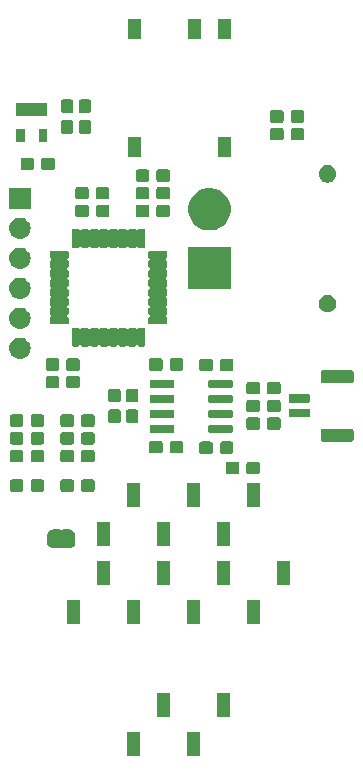
<source format=gts>
G04 #@! TF.GenerationSoftware,KiCad,Pcbnew,(5.1.2)-1*
G04 #@! TF.CreationDate,2019-12-12T00:14:11+09:00*
G04 #@! TF.ProjectId,CAN_IMU,43414e5f-494d-4552-9e6b-696361645f70,rev?*
G04 #@! TF.SameCoordinates,PXcd0a3c0PY7e5ca20*
G04 #@! TF.FileFunction,Soldermask,Top*
G04 #@! TF.FilePolarity,Negative*
%FSLAX46Y46*%
G04 Gerber Fmt 4.6, Leading zero omitted, Abs format (unit mm)*
G04 Created by KiCad (PCBNEW (5.1.2)-1) date 2019-12-12 00:14:11*
%MOMM*%
%LPD*%
G04 APERTURE LIST*
%ADD10C,0.100000*%
G04 APERTURE END LIST*
D10*
G36*
X1751000Y-31141000D02*
G01*
X649000Y-31141000D01*
X649000Y-29139000D01*
X1751000Y-29139000D01*
X1751000Y-31141000D01*
X1751000Y-31141000D01*
G37*
G36*
X-3329000Y-31141000D02*
G01*
X-4431000Y-31141000D01*
X-4431000Y-29139000D01*
X-3329000Y-29139000D01*
X-3329000Y-31141000D01*
X-3329000Y-31141000D01*
G37*
G36*
X4291000Y-27841000D02*
G01*
X3189000Y-27841000D01*
X3189000Y-25839000D01*
X4291000Y-25839000D01*
X4291000Y-27841000D01*
X4291000Y-27841000D01*
G37*
G36*
X-789000Y-27841000D02*
G01*
X-1891000Y-27841000D01*
X-1891000Y-25839000D01*
X-789000Y-25839000D01*
X-789000Y-27841000D01*
X-789000Y-27841000D01*
G37*
G36*
X1751000Y-19950999D02*
G01*
X649000Y-19950999D01*
X649000Y-17948999D01*
X1751000Y-17948999D01*
X1751000Y-19950999D01*
X1751000Y-19950999D01*
G37*
G36*
X-3329000Y-19950999D02*
G01*
X-4431000Y-19950999D01*
X-4431000Y-17948999D01*
X-3329000Y-17948999D01*
X-3329000Y-19950999D01*
X-3329000Y-19950999D01*
G37*
G36*
X-8409000Y-19950999D02*
G01*
X-9511000Y-19950999D01*
X-9511000Y-17948999D01*
X-8409000Y-17948999D01*
X-8409000Y-19950999D01*
X-8409000Y-19950999D01*
G37*
G36*
X6831000Y-19950999D02*
G01*
X5729000Y-19950999D01*
X5729000Y-17948999D01*
X6831000Y-17948999D01*
X6831000Y-19950999D01*
X6831000Y-19950999D01*
G37*
G36*
X4291000Y-16650999D02*
G01*
X3189000Y-16650999D01*
X3189000Y-14648999D01*
X4291000Y-14648999D01*
X4291000Y-16650999D01*
X4291000Y-16650999D01*
G37*
G36*
X-789000Y-16650999D02*
G01*
X-1891000Y-16650999D01*
X-1891000Y-14648999D01*
X-789000Y-14648999D01*
X-789000Y-16650999D01*
X-789000Y-16650999D01*
G37*
G36*
X-5869000Y-16650999D02*
G01*
X-6971000Y-16650999D01*
X-6971000Y-14648999D01*
X-5869000Y-14648999D01*
X-5869000Y-16650999D01*
X-5869000Y-16650999D01*
G37*
G36*
X9371000Y-16650999D02*
G01*
X8269000Y-16650999D01*
X8269000Y-14648999D01*
X9371000Y-14648999D01*
X9371000Y-16650999D01*
X9371000Y-16650999D01*
G37*
G36*
X-10140001Y-11949737D02*
G01*
X-10130392Y-11952652D01*
X-10121528Y-11957390D01*
X-10113763Y-11963763D01*
X-10103552Y-11976206D01*
X-10096622Y-11986575D01*
X-10079295Y-12003902D01*
X-10058920Y-12017515D01*
X-10036280Y-12026891D01*
X-10012247Y-12031671D01*
X-9987743Y-12031670D01*
X-9963710Y-12026888D01*
X-9941071Y-12017510D01*
X-9920698Y-12003895D01*
X-9903371Y-11986568D01*
X-9896442Y-11976198D01*
X-9886237Y-11963763D01*
X-9878472Y-11957390D01*
X-9869608Y-11952652D01*
X-9859999Y-11949737D01*
X-9843860Y-11948148D01*
X-9356139Y-11948148D01*
X-9337801Y-11949954D01*
X-9325550Y-11950556D01*
X-9307131Y-11950556D01*
X-9284851Y-11952750D01*
X-9200767Y-11969476D01*
X-9179340Y-11975976D01*
X-9100142Y-12008780D01*
X-9094697Y-12011691D01*
X-9094691Y-12011693D01*
X-9085831Y-12016429D01*
X-9085827Y-12016432D01*
X-9080386Y-12019340D01*
X-9009101Y-12066971D01*
X-8991796Y-12081172D01*
X-8931172Y-12141796D01*
X-8916971Y-12159101D01*
X-8869340Y-12230386D01*
X-8866432Y-12235827D01*
X-8866429Y-12235831D01*
X-8861693Y-12244691D01*
X-8861691Y-12244697D01*
X-8858780Y-12250142D01*
X-8825976Y-12329340D01*
X-8819476Y-12350767D01*
X-8802750Y-12434851D01*
X-8800556Y-12457131D01*
X-8800556Y-12475550D01*
X-8799954Y-12487801D01*
X-8798148Y-12506139D01*
X-8798148Y-12993862D01*
X-8799954Y-13012199D01*
X-8800556Y-13024450D01*
X-8800556Y-13042869D01*
X-8802750Y-13065149D01*
X-8819476Y-13149233D01*
X-8825976Y-13170660D01*
X-8858780Y-13249858D01*
X-8861691Y-13255303D01*
X-8861693Y-13255309D01*
X-8866429Y-13264169D01*
X-8866432Y-13264173D01*
X-8869340Y-13269614D01*
X-8916971Y-13340899D01*
X-8931172Y-13358204D01*
X-8991796Y-13418828D01*
X-9009101Y-13433029D01*
X-9080386Y-13480660D01*
X-9085827Y-13483568D01*
X-9085831Y-13483571D01*
X-9094691Y-13488307D01*
X-9094697Y-13488309D01*
X-9100142Y-13491220D01*
X-9179340Y-13524024D01*
X-9200767Y-13530524D01*
X-9284851Y-13547250D01*
X-9307131Y-13549444D01*
X-9325550Y-13549444D01*
X-9337801Y-13550046D01*
X-9356138Y-13551852D01*
X-9843860Y-13551852D01*
X-9859999Y-13550263D01*
X-9869608Y-13547348D01*
X-9878472Y-13542610D01*
X-9886237Y-13536237D01*
X-9896448Y-13523794D01*
X-9903378Y-13513425D01*
X-9920705Y-13496098D01*
X-9941080Y-13482485D01*
X-9963720Y-13473109D01*
X-9987753Y-13468329D01*
X-10012257Y-13468330D01*
X-10036290Y-13473112D01*
X-10058929Y-13482490D01*
X-10079302Y-13496105D01*
X-10096629Y-13513432D01*
X-10103558Y-13523802D01*
X-10113763Y-13536237D01*
X-10121528Y-13542610D01*
X-10130392Y-13547348D01*
X-10140001Y-13550263D01*
X-10156140Y-13551852D01*
X-10643862Y-13551852D01*
X-10662199Y-13550046D01*
X-10674450Y-13549444D01*
X-10692869Y-13549444D01*
X-10715149Y-13547250D01*
X-10799233Y-13530524D01*
X-10820660Y-13524024D01*
X-10899858Y-13491220D01*
X-10905303Y-13488309D01*
X-10905309Y-13488307D01*
X-10914169Y-13483571D01*
X-10914173Y-13483568D01*
X-10919614Y-13480660D01*
X-10990899Y-13433029D01*
X-11008204Y-13418828D01*
X-11068828Y-13358204D01*
X-11083029Y-13340899D01*
X-11130660Y-13269614D01*
X-11133568Y-13264173D01*
X-11133571Y-13264169D01*
X-11138307Y-13255309D01*
X-11138309Y-13255303D01*
X-11141220Y-13249858D01*
X-11174024Y-13170660D01*
X-11180524Y-13149233D01*
X-11197250Y-13065149D01*
X-11199444Y-13042869D01*
X-11199444Y-13024450D01*
X-11200046Y-13012199D01*
X-11201852Y-12993862D01*
X-11201852Y-12506139D01*
X-11200046Y-12487801D01*
X-11199444Y-12475550D01*
X-11199444Y-12457131D01*
X-11197250Y-12434851D01*
X-11180524Y-12350767D01*
X-11174024Y-12329340D01*
X-11141220Y-12250142D01*
X-11138309Y-12244697D01*
X-11138307Y-12244691D01*
X-11133571Y-12235831D01*
X-11133568Y-12235827D01*
X-11130660Y-12230386D01*
X-11083029Y-12159101D01*
X-11068828Y-12141796D01*
X-11008204Y-12081172D01*
X-10990899Y-12066971D01*
X-10919614Y-12019340D01*
X-10914173Y-12016432D01*
X-10914169Y-12016429D01*
X-10905309Y-12011693D01*
X-10905303Y-12011691D01*
X-10899858Y-12008780D01*
X-10820660Y-11975976D01*
X-10799233Y-11969476D01*
X-10715149Y-11952750D01*
X-10692869Y-11950556D01*
X-10674450Y-11950556D01*
X-10662199Y-11949954D01*
X-10643861Y-11948148D01*
X-10156140Y-11948148D01*
X-10140001Y-11949737D01*
X-10140001Y-11949737D01*
G37*
G36*
X4291000Y-13361000D02*
G01*
X3189000Y-13361000D01*
X3189000Y-11359000D01*
X4291000Y-11359000D01*
X4291000Y-13361000D01*
X4291000Y-13361000D01*
G37*
G36*
X-5869000Y-13361000D02*
G01*
X-6971000Y-13361000D01*
X-6971000Y-11359000D01*
X-5869000Y-11359000D01*
X-5869000Y-13361000D01*
X-5869000Y-13361000D01*
G37*
G36*
X-789000Y-13361000D02*
G01*
X-1891000Y-13361000D01*
X-1891000Y-11359000D01*
X-789000Y-11359000D01*
X-789000Y-13361000D01*
X-789000Y-13361000D01*
G37*
G36*
X6831000Y-10061000D02*
G01*
X5729000Y-10061000D01*
X5729000Y-8059000D01*
X6831000Y-8059000D01*
X6831000Y-10061000D01*
X6831000Y-10061000D01*
G37*
G36*
X-3329000Y-10061000D02*
G01*
X-4431000Y-10061000D01*
X-4431000Y-8059000D01*
X-3329000Y-8059000D01*
X-3329000Y-10061000D01*
X-3329000Y-10061000D01*
G37*
G36*
X1751000Y-10061000D02*
G01*
X649000Y-10061000D01*
X649000Y-8059000D01*
X1751000Y-8059000D01*
X1751000Y-10061000D01*
X1751000Y-10061000D01*
G37*
G36*
X-9085501Y-7728445D02*
G01*
X-9048005Y-7739820D01*
X-9013446Y-7758292D01*
X-8983153Y-7783153D01*
X-8958292Y-7813446D01*
X-8939820Y-7848005D01*
X-8928445Y-7885501D01*
X-8924000Y-7930638D01*
X-8924000Y-8569362D01*
X-8928445Y-8614499D01*
X-8939820Y-8651995D01*
X-8958292Y-8686554D01*
X-8983153Y-8716847D01*
X-9013446Y-8741708D01*
X-9048005Y-8760180D01*
X-9085501Y-8771555D01*
X-9130638Y-8776000D01*
X-9869362Y-8776000D01*
X-9914499Y-8771555D01*
X-9951995Y-8760180D01*
X-9986554Y-8741708D01*
X-10016847Y-8716847D01*
X-10041708Y-8686554D01*
X-10060180Y-8651995D01*
X-10071555Y-8614499D01*
X-10076000Y-8569362D01*
X-10076000Y-7930638D01*
X-10071555Y-7885501D01*
X-10060180Y-7848005D01*
X-10041708Y-7813446D01*
X-10016847Y-7783153D01*
X-9986554Y-7758292D01*
X-9951995Y-7739820D01*
X-9914499Y-7728445D01*
X-9869362Y-7724000D01*
X-9130638Y-7724000D01*
X-9085501Y-7728445D01*
X-9085501Y-7728445D01*
G37*
G36*
X-13360501Y-7728445D02*
G01*
X-13323005Y-7739820D01*
X-13288446Y-7758292D01*
X-13258153Y-7783153D01*
X-13233292Y-7813446D01*
X-13214820Y-7848005D01*
X-13203445Y-7885501D01*
X-13199000Y-7930638D01*
X-13199000Y-8569362D01*
X-13203445Y-8614499D01*
X-13214820Y-8651995D01*
X-13233292Y-8686554D01*
X-13258153Y-8716847D01*
X-13288446Y-8741708D01*
X-13323005Y-8760180D01*
X-13360501Y-8771555D01*
X-13405638Y-8776000D01*
X-14144362Y-8776000D01*
X-14189499Y-8771555D01*
X-14226995Y-8760180D01*
X-14261554Y-8741708D01*
X-14291847Y-8716847D01*
X-14316708Y-8686554D01*
X-14335180Y-8651995D01*
X-14346555Y-8614499D01*
X-14351000Y-8569362D01*
X-14351000Y-7930638D01*
X-14346555Y-7885501D01*
X-14335180Y-7848005D01*
X-14316708Y-7813446D01*
X-14291847Y-7783153D01*
X-14261554Y-7758292D01*
X-14226995Y-7739820D01*
X-14189499Y-7728445D01*
X-14144362Y-7724000D01*
X-13405638Y-7724000D01*
X-13360501Y-7728445D01*
X-13360501Y-7728445D01*
G37*
G36*
X-11610501Y-7728445D02*
G01*
X-11573005Y-7739820D01*
X-11538446Y-7758292D01*
X-11508153Y-7783153D01*
X-11483292Y-7813446D01*
X-11464820Y-7848005D01*
X-11453445Y-7885501D01*
X-11449000Y-7930638D01*
X-11449000Y-8569362D01*
X-11453445Y-8614499D01*
X-11464820Y-8651995D01*
X-11483292Y-8686554D01*
X-11508153Y-8716847D01*
X-11538446Y-8741708D01*
X-11573005Y-8760180D01*
X-11610501Y-8771555D01*
X-11655638Y-8776000D01*
X-12394362Y-8776000D01*
X-12439499Y-8771555D01*
X-12476995Y-8760180D01*
X-12511554Y-8741708D01*
X-12541847Y-8716847D01*
X-12566708Y-8686554D01*
X-12585180Y-8651995D01*
X-12596555Y-8614499D01*
X-12601000Y-8569362D01*
X-12601000Y-7930638D01*
X-12596555Y-7885501D01*
X-12585180Y-7848005D01*
X-12566708Y-7813446D01*
X-12541847Y-7783153D01*
X-12511554Y-7758292D01*
X-12476995Y-7739820D01*
X-12439499Y-7728445D01*
X-12394362Y-7724000D01*
X-11655638Y-7724000D01*
X-11610501Y-7728445D01*
X-11610501Y-7728445D01*
G37*
G36*
X-7335501Y-7728445D02*
G01*
X-7298005Y-7739820D01*
X-7263446Y-7758292D01*
X-7233153Y-7783153D01*
X-7208292Y-7813446D01*
X-7189820Y-7848005D01*
X-7178445Y-7885501D01*
X-7174000Y-7930638D01*
X-7174000Y-8569362D01*
X-7178445Y-8614499D01*
X-7189820Y-8651995D01*
X-7208292Y-8686554D01*
X-7233153Y-8716847D01*
X-7263446Y-8741708D01*
X-7298005Y-8760180D01*
X-7335501Y-8771555D01*
X-7380638Y-8776000D01*
X-8119362Y-8776000D01*
X-8164499Y-8771555D01*
X-8201995Y-8760180D01*
X-8236554Y-8741708D01*
X-8266847Y-8716847D01*
X-8291708Y-8686554D01*
X-8310180Y-8651995D01*
X-8321555Y-8614499D01*
X-8326000Y-8569362D01*
X-8326000Y-7930638D01*
X-8321555Y-7885501D01*
X-8310180Y-7848005D01*
X-8291708Y-7813446D01*
X-8266847Y-7783153D01*
X-8236554Y-7758292D01*
X-8201995Y-7739820D01*
X-8164499Y-7728445D01*
X-8119362Y-7724000D01*
X-7380638Y-7724000D01*
X-7335501Y-7728445D01*
X-7335501Y-7728445D01*
G37*
G36*
X4914499Y-6228445D02*
G01*
X4951995Y-6239820D01*
X4986554Y-6258292D01*
X5016847Y-6283153D01*
X5041708Y-6313446D01*
X5060180Y-6348005D01*
X5071555Y-6385501D01*
X5076000Y-6430638D01*
X5076000Y-7069362D01*
X5071555Y-7114499D01*
X5060180Y-7151995D01*
X5041708Y-7186554D01*
X5016847Y-7216847D01*
X4986554Y-7241708D01*
X4951995Y-7260180D01*
X4914499Y-7271555D01*
X4869362Y-7276000D01*
X4130638Y-7276000D01*
X4085501Y-7271555D01*
X4048005Y-7260180D01*
X4013446Y-7241708D01*
X3983153Y-7216847D01*
X3958292Y-7186554D01*
X3939820Y-7151995D01*
X3928445Y-7114499D01*
X3924000Y-7069362D01*
X3924000Y-6430638D01*
X3928445Y-6385501D01*
X3939820Y-6348005D01*
X3958292Y-6313446D01*
X3983153Y-6283153D01*
X4013446Y-6258292D01*
X4048005Y-6239820D01*
X4085501Y-6228445D01*
X4130638Y-6224000D01*
X4869362Y-6224000D01*
X4914499Y-6228445D01*
X4914499Y-6228445D01*
G37*
G36*
X6664499Y-6228445D02*
G01*
X6701995Y-6239820D01*
X6736554Y-6258292D01*
X6766847Y-6283153D01*
X6791708Y-6313446D01*
X6810180Y-6348005D01*
X6821555Y-6385501D01*
X6826000Y-6430638D01*
X6826000Y-7069362D01*
X6821555Y-7114499D01*
X6810180Y-7151995D01*
X6791708Y-7186554D01*
X6766847Y-7216847D01*
X6736554Y-7241708D01*
X6701995Y-7260180D01*
X6664499Y-7271555D01*
X6619362Y-7276000D01*
X5880638Y-7276000D01*
X5835501Y-7271555D01*
X5798005Y-7260180D01*
X5763446Y-7241708D01*
X5733153Y-7216847D01*
X5708292Y-7186554D01*
X5689820Y-7151995D01*
X5678445Y-7114499D01*
X5674000Y-7069362D01*
X5674000Y-6430638D01*
X5678445Y-6385501D01*
X5689820Y-6348005D01*
X5708292Y-6313446D01*
X5733153Y-6283153D01*
X5763446Y-6258292D01*
X5798005Y-6239820D01*
X5835501Y-6228445D01*
X5880638Y-6224000D01*
X6619362Y-6224000D01*
X6664499Y-6228445D01*
X6664499Y-6228445D01*
G37*
G36*
X-9085501Y-5228445D02*
G01*
X-9048005Y-5239820D01*
X-9013446Y-5258292D01*
X-8983153Y-5283153D01*
X-8958292Y-5313446D01*
X-8939820Y-5348005D01*
X-8928445Y-5385501D01*
X-8924000Y-5430638D01*
X-8924000Y-6069362D01*
X-8928445Y-6114499D01*
X-8939820Y-6151995D01*
X-8958292Y-6186554D01*
X-8983153Y-6216847D01*
X-9013446Y-6241708D01*
X-9048005Y-6260180D01*
X-9085501Y-6271555D01*
X-9130638Y-6276000D01*
X-9869362Y-6276000D01*
X-9914499Y-6271555D01*
X-9951995Y-6260180D01*
X-9986554Y-6241708D01*
X-10016847Y-6216847D01*
X-10041708Y-6186554D01*
X-10060180Y-6151995D01*
X-10071555Y-6114499D01*
X-10076000Y-6069362D01*
X-10076000Y-5430638D01*
X-10071555Y-5385501D01*
X-10060180Y-5348005D01*
X-10041708Y-5313446D01*
X-10016847Y-5283153D01*
X-9986554Y-5258292D01*
X-9951995Y-5239820D01*
X-9914499Y-5228445D01*
X-9869362Y-5224000D01*
X-9130638Y-5224000D01*
X-9085501Y-5228445D01*
X-9085501Y-5228445D01*
G37*
G36*
X-13360501Y-5228445D02*
G01*
X-13323005Y-5239820D01*
X-13288446Y-5258292D01*
X-13258153Y-5283153D01*
X-13233292Y-5313446D01*
X-13214820Y-5348005D01*
X-13203445Y-5385501D01*
X-13199000Y-5430638D01*
X-13199000Y-6069362D01*
X-13203445Y-6114499D01*
X-13214820Y-6151995D01*
X-13233292Y-6186554D01*
X-13258153Y-6216847D01*
X-13288446Y-6241708D01*
X-13323005Y-6260180D01*
X-13360501Y-6271555D01*
X-13405638Y-6276000D01*
X-14144362Y-6276000D01*
X-14189499Y-6271555D01*
X-14226995Y-6260180D01*
X-14261554Y-6241708D01*
X-14291847Y-6216847D01*
X-14316708Y-6186554D01*
X-14335180Y-6151995D01*
X-14346555Y-6114499D01*
X-14351000Y-6069362D01*
X-14351000Y-5430638D01*
X-14346555Y-5385501D01*
X-14335180Y-5348005D01*
X-14316708Y-5313446D01*
X-14291847Y-5283153D01*
X-14261554Y-5258292D01*
X-14226995Y-5239820D01*
X-14189499Y-5228445D01*
X-14144362Y-5224000D01*
X-13405638Y-5224000D01*
X-13360501Y-5228445D01*
X-13360501Y-5228445D01*
G37*
G36*
X-11610501Y-5228445D02*
G01*
X-11573005Y-5239820D01*
X-11538446Y-5258292D01*
X-11508153Y-5283153D01*
X-11483292Y-5313446D01*
X-11464820Y-5348005D01*
X-11453445Y-5385501D01*
X-11449000Y-5430638D01*
X-11449000Y-6069362D01*
X-11453445Y-6114499D01*
X-11464820Y-6151995D01*
X-11483292Y-6186554D01*
X-11508153Y-6216847D01*
X-11538446Y-6241708D01*
X-11573005Y-6260180D01*
X-11610501Y-6271555D01*
X-11655638Y-6276000D01*
X-12394362Y-6276000D01*
X-12439499Y-6271555D01*
X-12476995Y-6260180D01*
X-12511554Y-6241708D01*
X-12541847Y-6216847D01*
X-12566708Y-6186554D01*
X-12585180Y-6151995D01*
X-12596555Y-6114499D01*
X-12601000Y-6069362D01*
X-12601000Y-5430638D01*
X-12596555Y-5385501D01*
X-12585180Y-5348005D01*
X-12566708Y-5313446D01*
X-12541847Y-5283153D01*
X-12511554Y-5258292D01*
X-12476995Y-5239820D01*
X-12439499Y-5228445D01*
X-12394362Y-5224000D01*
X-11655638Y-5224000D01*
X-11610501Y-5228445D01*
X-11610501Y-5228445D01*
G37*
G36*
X-7335501Y-5228445D02*
G01*
X-7298005Y-5239820D01*
X-7263446Y-5258292D01*
X-7233153Y-5283153D01*
X-7208292Y-5313446D01*
X-7189820Y-5348005D01*
X-7178445Y-5385501D01*
X-7174000Y-5430638D01*
X-7174000Y-6069362D01*
X-7178445Y-6114499D01*
X-7189820Y-6151995D01*
X-7208292Y-6186554D01*
X-7233153Y-6216847D01*
X-7263446Y-6241708D01*
X-7298005Y-6260180D01*
X-7335501Y-6271555D01*
X-7380638Y-6276000D01*
X-8119362Y-6276000D01*
X-8164499Y-6271555D01*
X-8201995Y-6260180D01*
X-8236554Y-6241708D01*
X-8266847Y-6216847D01*
X-8291708Y-6186554D01*
X-8310180Y-6151995D01*
X-8321555Y-6114499D01*
X-8326000Y-6069362D01*
X-8326000Y-5430638D01*
X-8321555Y-5385501D01*
X-8310180Y-5348005D01*
X-8291708Y-5313446D01*
X-8266847Y-5283153D01*
X-8236554Y-5258292D01*
X-8201995Y-5239820D01*
X-8164499Y-5228445D01*
X-8119362Y-5224000D01*
X-7380638Y-5224000D01*
X-7335501Y-5228445D01*
X-7335501Y-5228445D01*
G37*
G36*
X2664499Y-4518445D02*
G01*
X2701995Y-4529820D01*
X2736554Y-4548292D01*
X2766847Y-4573153D01*
X2791708Y-4603446D01*
X2810180Y-4638005D01*
X2821555Y-4675501D01*
X2826000Y-4720638D01*
X2826000Y-5359362D01*
X2821555Y-5404499D01*
X2810180Y-5441995D01*
X2791708Y-5476554D01*
X2766847Y-5506847D01*
X2736554Y-5531708D01*
X2701995Y-5550180D01*
X2664499Y-5561555D01*
X2619362Y-5566000D01*
X1880638Y-5566000D01*
X1835501Y-5561555D01*
X1798005Y-5550180D01*
X1763446Y-5531708D01*
X1733153Y-5506847D01*
X1708292Y-5476554D01*
X1689820Y-5441995D01*
X1678445Y-5404499D01*
X1674000Y-5359362D01*
X1674000Y-4720638D01*
X1678445Y-4675501D01*
X1689820Y-4638005D01*
X1708292Y-4603446D01*
X1733153Y-4573153D01*
X1763446Y-4548292D01*
X1798005Y-4529820D01*
X1835501Y-4518445D01*
X1880638Y-4514000D01*
X2619362Y-4514000D01*
X2664499Y-4518445D01*
X2664499Y-4518445D01*
G37*
G36*
X4414499Y-4518445D02*
G01*
X4451995Y-4529820D01*
X4486554Y-4548292D01*
X4516847Y-4573153D01*
X4541708Y-4603446D01*
X4560180Y-4638005D01*
X4571555Y-4675501D01*
X4576000Y-4720638D01*
X4576000Y-5359362D01*
X4571555Y-5404499D01*
X4560180Y-5441995D01*
X4541708Y-5476554D01*
X4516847Y-5506847D01*
X4486554Y-5531708D01*
X4451995Y-5550180D01*
X4414499Y-5561555D01*
X4369362Y-5566000D01*
X3630638Y-5566000D01*
X3585501Y-5561555D01*
X3548005Y-5550180D01*
X3513446Y-5531708D01*
X3483153Y-5506847D01*
X3458292Y-5476554D01*
X3439820Y-5441995D01*
X3428445Y-5404499D01*
X3424000Y-5359362D01*
X3424000Y-4720638D01*
X3428445Y-4675501D01*
X3439820Y-4638005D01*
X3458292Y-4603446D01*
X3483153Y-4573153D01*
X3513446Y-4548292D01*
X3548005Y-4529820D01*
X3585501Y-4518445D01*
X3630638Y-4514000D01*
X4369362Y-4514000D01*
X4414499Y-4518445D01*
X4414499Y-4518445D01*
G37*
G36*
X164499Y-4478445D02*
G01*
X201995Y-4489820D01*
X236554Y-4508292D01*
X266847Y-4533153D01*
X291708Y-4563446D01*
X310180Y-4598005D01*
X321555Y-4635501D01*
X326000Y-4680638D01*
X326000Y-5319362D01*
X321555Y-5364499D01*
X310180Y-5401995D01*
X291708Y-5436554D01*
X266847Y-5466847D01*
X236554Y-5491708D01*
X201995Y-5510180D01*
X164499Y-5521555D01*
X119362Y-5526000D01*
X-619362Y-5526000D01*
X-664499Y-5521555D01*
X-701995Y-5510180D01*
X-736554Y-5491708D01*
X-766847Y-5466847D01*
X-791708Y-5436554D01*
X-810180Y-5401995D01*
X-821555Y-5364499D01*
X-826000Y-5319362D01*
X-826000Y-4680638D01*
X-821555Y-4635501D01*
X-810180Y-4598005D01*
X-791708Y-4563446D01*
X-766847Y-4533153D01*
X-736554Y-4508292D01*
X-701995Y-4489820D01*
X-664499Y-4478445D01*
X-619362Y-4474000D01*
X119362Y-4474000D01*
X164499Y-4478445D01*
X164499Y-4478445D01*
G37*
G36*
X-1585501Y-4478445D02*
G01*
X-1548005Y-4489820D01*
X-1513446Y-4508292D01*
X-1483153Y-4533153D01*
X-1458292Y-4563446D01*
X-1439820Y-4598005D01*
X-1428445Y-4635501D01*
X-1424000Y-4680638D01*
X-1424000Y-5319362D01*
X-1428445Y-5364499D01*
X-1439820Y-5401995D01*
X-1458292Y-5436554D01*
X-1483153Y-5466847D01*
X-1513446Y-5491708D01*
X-1548005Y-5510180D01*
X-1585501Y-5521555D01*
X-1630638Y-5526000D01*
X-2369362Y-5526000D01*
X-2414499Y-5521555D01*
X-2451995Y-5510180D01*
X-2486554Y-5491708D01*
X-2516847Y-5466847D01*
X-2541708Y-5436554D01*
X-2560180Y-5401995D01*
X-2571555Y-5364499D01*
X-2576000Y-5319362D01*
X-2576000Y-4680638D01*
X-2571555Y-4635501D01*
X-2560180Y-4598005D01*
X-2541708Y-4563446D01*
X-2516847Y-4533153D01*
X-2486554Y-4508292D01*
X-2451995Y-4489820D01*
X-2414499Y-4478445D01*
X-2369362Y-4474000D01*
X-1630638Y-4474000D01*
X-1585501Y-4478445D01*
X-1585501Y-4478445D01*
G37*
G36*
X-7335501Y-3728445D02*
G01*
X-7298005Y-3739820D01*
X-7263446Y-3758292D01*
X-7233153Y-3783153D01*
X-7208292Y-3813446D01*
X-7189820Y-3848005D01*
X-7178445Y-3885501D01*
X-7174000Y-3930638D01*
X-7174000Y-4569362D01*
X-7178445Y-4614499D01*
X-7189820Y-4651995D01*
X-7208292Y-4686554D01*
X-7233153Y-4716847D01*
X-7263446Y-4741708D01*
X-7298005Y-4760180D01*
X-7335501Y-4771555D01*
X-7380638Y-4776000D01*
X-8119362Y-4776000D01*
X-8164499Y-4771555D01*
X-8201995Y-4760180D01*
X-8236554Y-4741708D01*
X-8266847Y-4716847D01*
X-8291708Y-4686554D01*
X-8310180Y-4651995D01*
X-8321555Y-4614499D01*
X-8326000Y-4569362D01*
X-8326000Y-3930638D01*
X-8321555Y-3885501D01*
X-8310180Y-3848005D01*
X-8291708Y-3813446D01*
X-8266847Y-3783153D01*
X-8236554Y-3758292D01*
X-8201995Y-3739820D01*
X-8164499Y-3728445D01*
X-8119362Y-3724000D01*
X-7380638Y-3724000D01*
X-7335501Y-3728445D01*
X-7335501Y-3728445D01*
G37*
G36*
X-11610501Y-3728445D02*
G01*
X-11573005Y-3739820D01*
X-11538446Y-3758292D01*
X-11508153Y-3783153D01*
X-11483292Y-3813446D01*
X-11464820Y-3848005D01*
X-11453445Y-3885501D01*
X-11449000Y-3930638D01*
X-11449000Y-4569362D01*
X-11453445Y-4614499D01*
X-11464820Y-4651995D01*
X-11483292Y-4686554D01*
X-11508153Y-4716847D01*
X-11538446Y-4741708D01*
X-11573005Y-4760180D01*
X-11610501Y-4771555D01*
X-11655638Y-4776000D01*
X-12394362Y-4776000D01*
X-12439499Y-4771555D01*
X-12476995Y-4760180D01*
X-12511554Y-4741708D01*
X-12541847Y-4716847D01*
X-12566708Y-4686554D01*
X-12585180Y-4651995D01*
X-12596555Y-4614499D01*
X-12601000Y-4569362D01*
X-12601000Y-3930638D01*
X-12596555Y-3885501D01*
X-12585180Y-3848005D01*
X-12566708Y-3813446D01*
X-12541847Y-3783153D01*
X-12511554Y-3758292D01*
X-12476995Y-3739820D01*
X-12439499Y-3728445D01*
X-12394362Y-3724000D01*
X-11655638Y-3724000D01*
X-11610501Y-3728445D01*
X-11610501Y-3728445D01*
G37*
G36*
X-13360501Y-3728445D02*
G01*
X-13323005Y-3739820D01*
X-13288446Y-3758292D01*
X-13258153Y-3783153D01*
X-13233292Y-3813446D01*
X-13214820Y-3848005D01*
X-13203445Y-3885501D01*
X-13199000Y-3930638D01*
X-13199000Y-4569362D01*
X-13203445Y-4614499D01*
X-13214820Y-4651995D01*
X-13233292Y-4686554D01*
X-13258153Y-4716847D01*
X-13288446Y-4741708D01*
X-13323005Y-4760180D01*
X-13360501Y-4771555D01*
X-13405638Y-4776000D01*
X-14144362Y-4776000D01*
X-14189499Y-4771555D01*
X-14226995Y-4760180D01*
X-14261554Y-4741708D01*
X-14291847Y-4716847D01*
X-14316708Y-4686554D01*
X-14335180Y-4651995D01*
X-14346555Y-4614499D01*
X-14351000Y-4569362D01*
X-14351000Y-3930638D01*
X-14346555Y-3885501D01*
X-14335180Y-3848005D01*
X-14316708Y-3813446D01*
X-14291847Y-3783153D01*
X-14261554Y-3758292D01*
X-14226995Y-3739820D01*
X-14189499Y-3728445D01*
X-14144362Y-3724000D01*
X-13405638Y-3724000D01*
X-13360501Y-3728445D01*
X-13360501Y-3728445D01*
G37*
G36*
X-9085501Y-3728445D02*
G01*
X-9048005Y-3739820D01*
X-9013446Y-3758292D01*
X-8983153Y-3783153D01*
X-8958292Y-3813446D01*
X-8939820Y-3848005D01*
X-8928445Y-3885501D01*
X-8924000Y-3930638D01*
X-8924000Y-4569362D01*
X-8928445Y-4614499D01*
X-8939820Y-4651995D01*
X-8958292Y-4686554D01*
X-8983153Y-4716847D01*
X-9013446Y-4741708D01*
X-9048005Y-4760180D01*
X-9085501Y-4771555D01*
X-9130638Y-4776000D01*
X-9869362Y-4776000D01*
X-9914499Y-4771555D01*
X-9951995Y-4760180D01*
X-9986554Y-4741708D01*
X-10016847Y-4716847D01*
X-10041708Y-4686554D01*
X-10060180Y-4651995D01*
X-10071555Y-4614499D01*
X-10076000Y-4569362D01*
X-10076000Y-3930638D01*
X-10071555Y-3885501D01*
X-10060180Y-3848005D01*
X-10041708Y-3813446D01*
X-10016847Y-3783153D01*
X-9986554Y-3758292D01*
X-9951995Y-3739820D01*
X-9914499Y-3728445D01*
X-9869362Y-3724000D01*
X-9130638Y-3724000D01*
X-9085501Y-3728445D01*
X-9085501Y-3728445D01*
G37*
G36*
X14579434Y-3428686D02*
G01*
X14619284Y-3440774D01*
X14655999Y-3460399D01*
X14688186Y-3486814D01*
X14714601Y-3519001D01*
X14734226Y-3555716D01*
X14746314Y-3595566D01*
X14751000Y-3643141D01*
X14751000Y-4306859D01*
X14746314Y-4354434D01*
X14734226Y-4394284D01*
X14714601Y-4430999D01*
X14688186Y-4463186D01*
X14655999Y-4489601D01*
X14619284Y-4509226D01*
X14579434Y-4521314D01*
X14531859Y-4526000D01*
X12168141Y-4526000D01*
X12120566Y-4521314D01*
X12080716Y-4509226D01*
X12044001Y-4489601D01*
X12011814Y-4463186D01*
X11985399Y-4430999D01*
X11965774Y-4394284D01*
X11953686Y-4354434D01*
X11949000Y-4306859D01*
X11949000Y-3643141D01*
X11953686Y-3595566D01*
X11965774Y-3555716D01*
X11985399Y-3519001D01*
X12011814Y-3486814D01*
X12044001Y-3460399D01*
X12080716Y-3440774D01*
X12120566Y-3428686D01*
X12168141Y-3424000D01*
X14531859Y-3424000D01*
X14579434Y-3428686D01*
X14579434Y-3428686D01*
G37*
G36*
X4409928Y-3096764D02*
G01*
X4431009Y-3103160D01*
X4450445Y-3113548D01*
X4467476Y-3127524D01*
X4481452Y-3144555D01*
X4491840Y-3163991D01*
X4498236Y-3185072D01*
X4501000Y-3213140D01*
X4501000Y-3676860D01*
X4498236Y-3704928D01*
X4491840Y-3726009D01*
X4481452Y-3745445D01*
X4467476Y-3762476D01*
X4450445Y-3776452D01*
X4431009Y-3786840D01*
X4409928Y-3793236D01*
X4381860Y-3796000D01*
X2568140Y-3796000D01*
X2540072Y-3793236D01*
X2518991Y-3786840D01*
X2499555Y-3776452D01*
X2482524Y-3762476D01*
X2468548Y-3745445D01*
X2458160Y-3726009D01*
X2451764Y-3704928D01*
X2449000Y-3676860D01*
X2449000Y-3213140D01*
X2451764Y-3185072D01*
X2458160Y-3163991D01*
X2468548Y-3144555D01*
X2482524Y-3127524D01*
X2499555Y-3113548D01*
X2518991Y-3103160D01*
X2540072Y-3096764D01*
X2568140Y-3094000D01*
X4381860Y-3094000D01*
X4409928Y-3096764D01*
X4409928Y-3096764D01*
G37*
G36*
X-540072Y-3096764D02*
G01*
X-518991Y-3103160D01*
X-499555Y-3113548D01*
X-482524Y-3127524D01*
X-468548Y-3144555D01*
X-458160Y-3163991D01*
X-451764Y-3185072D01*
X-449000Y-3213140D01*
X-449000Y-3676860D01*
X-451764Y-3704928D01*
X-458160Y-3726009D01*
X-468548Y-3745445D01*
X-482524Y-3762476D01*
X-499555Y-3776452D01*
X-518991Y-3786840D01*
X-540072Y-3793236D01*
X-568140Y-3796000D01*
X-2381860Y-3796000D01*
X-2409928Y-3793236D01*
X-2431009Y-3786840D01*
X-2450445Y-3776452D01*
X-2467476Y-3762476D01*
X-2481452Y-3745445D01*
X-2491840Y-3726009D01*
X-2498236Y-3704928D01*
X-2501000Y-3676860D01*
X-2501000Y-3213140D01*
X-2498236Y-3185072D01*
X-2491840Y-3163991D01*
X-2481452Y-3144555D01*
X-2467476Y-3127524D01*
X-2450445Y-3113548D01*
X-2431009Y-3103160D01*
X-2409928Y-3096764D01*
X-2381860Y-3094000D01*
X-568140Y-3094000D01*
X-540072Y-3096764D01*
X-540072Y-3096764D01*
G37*
G36*
X8414499Y-2478445D02*
G01*
X8451995Y-2489820D01*
X8486554Y-2508292D01*
X8516847Y-2533153D01*
X8541708Y-2563446D01*
X8560180Y-2598005D01*
X8571555Y-2635501D01*
X8576000Y-2680638D01*
X8576000Y-3319362D01*
X8571555Y-3364499D01*
X8560180Y-3401995D01*
X8541708Y-3436554D01*
X8516847Y-3466847D01*
X8486554Y-3491708D01*
X8451995Y-3510180D01*
X8414499Y-3521555D01*
X8369362Y-3526000D01*
X7630638Y-3526000D01*
X7585501Y-3521555D01*
X7548005Y-3510180D01*
X7513446Y-3491708D01*
X7483153Y-3466847D01*
X7458292Y-3436554D01*
X7439820Y-3401995D01*
X7428445Y-3364499D01*
X7424000Y-3319362D01*
X7424000Y-2680638D01*
X7428445Y-2635501D01*
X7439820Y-2598005D01*
X7458292Y-2563446D01*
X7483153Y-2533153D01*
X7513446Y-2508292D01*
X7548005Y-2489820D01*
X7585501Y-2478445D01*
X7630638Y-2474000D01*
X8369362Y-2474000D01*
X8414499Y-2478445D01*
X8414499Y-2478445D01*
G37*
G36*
X6664499Y-2478445D02*
G01*
X6701995Y-2489820D01*
X6736554Y-2508292D01*
X6766847Y-2533153D01*
X6791708Y-2563446D01*
X6810180Y-2598005D01*
X6821555Y-2635501D01*
X6826000Y-2680638D01*
X6826000Y-3319362D01*
X6821555Y-3364499D01*
X6810180Y-3401995D01*
X6791708Y-3436554D01*
X6766847Y-3466847D01*
X6736554Y-3491708D01*
X6701995Y-3510180D01*
X6664499Y-3521555D01*
X6619362Y-3526000D01*
X5880638Y-3526000D01*
X5835501Y-3521555D01*
X5798005Y-3510180D01*
X5763446Y-3491708D01*
X5733153Y-3466847D01*
X5708292Y-3436554D01*
X5689820Y-3401995D01*
X5678445Y-3364499D01*
X5674000Y-3319362D01*
X5674000Y-2680638D01*
X5678445Y-2635501D01*
X5689820Y-2598005D01*
X5708292Y-2563446D01*
X5733153Y-2533153D01*
X5763446Y-2508292D01*
X5798005Y-2489820D01*
X5835501Y-2478445D01*
X5880638Y-2474000D01*
X6619362Y-2474000D01*
X6664499Y-2478445D01*
X6664499Y-2478445D01*
G37*
G36*
X-11610501Y-2228445D02*
G01*
X-11573005Y-2239820D01*
X-11538446Y-2258292D01*
X-11508153Y-2283153D01*
X-11483292Y-2313446D01*
X-11464820Y-2348005D01*
X-11453445Y-2385501D01*
X-11449000Y-2430638D01*
X-11449000Y-3069362D01*
X-11453445Y-3114499D01*
X-11464820Y-3151995D01*
X-11483292Y-3186554D01*
X-11508153Y-3216847D01*
X-11538446Y-3241708D01*
X-11573005Y-3260180D01*
X-11610501Y-3271555D01*
X-11655638Y-3276000D01*
X-12394362Y-3276000D01*
X-12439499Y-3271555D01*
X-12476995Y-3260180D01*
X-12511554Y-3241708D01*
X-12541847Y-3216847D01*
X-12566708Y-3186554D01*
X-12585180Y-3151995D01*
X-12596555Y-3114499D01*
X-12601000Y-3069362D01*
X-12601000Y-2430638D01*
X-12596555Y-2385501D01*
X-12585180Y-2348005D01*
X-12566708Y-2313446D01*
X-12541847Y-2283153D01*
X-12511554Y-2258292D01*
X-12476995Y-2239820D01*
X-12439499Y-2228445D01*
X-12394362Y-2224000D01*
X-11655638Y-2224000D01*
X-11610501Y-2228445D01*
X-11610501Y-2228445D01*
G37*
G36*
X-7335502Y-2228445D02*
G01*
X-7298006Y-2239820D01*
X-7263447Y-2258292D01*
X-7233154Y-2283153D01*
X-7208293Y-2313446D01*
X-7189821Y-2348005D01*
X-7178446Y-2385501D01*
X-7174001Y-2430638D01*
X-7174001Y-3069362D01*
X-7178446Y-3114499D01*
X-7189821Y-3151995D01*
X-7208293Y-3186554D01*
X-7233154Y-3216847D01*
X-7263447Y-3241708D01*
X-7298006Y-3260180D01*
X-7335502Y-3271555D01*
X-7380639Y-3276000D01*
X-8119363Y-3276000D01*
X-8164500Y-3271555D01*
X-8201996Y-3260180D01*
X-8236555Y-3241708D01*
X-8266848Y-3216847D01*
X-8291709Y-3186554D01*
X-8310181Y-3151995D01*
X-8321556Y-3114499D01*
X-8326001Y-3069362D01*
X-8326001Y-2430638D01*
X-8321556Y-2385501D01*
X-8310181Y-2348005D01*
X-8291709Y-2313446D01*
X-8266848Y-2283153D01*
X-8236555Y-2258292D01*
X-8201996Y-2239820D01*
X-8164500Y-2228445D01*
X-8119363Y-2224000D01*
X-7380639Y-2224000D01*
X-7335502Y-2228445D01*
X-7335502Y-2228445D01*
G37*
G36*
X-13360501Y-2228445D02*
G01*
X-13323005Y-2239820D01*
X-13288446Y-2258292D01*
X-13258153Y-2283153D01*
X-13233292Y-2313446D01*
X-13214820Y-2348005D01*
X-13203445Y-2385501D01*
X-13199000Y-2430638D01*
X-13199000Y-3069362D01*
X-13203445Y-3114499D01*
X-13214820Y-3151995D01*
X-13233292Y-3186554D01*
X-13258153Y-3216847D01*
X-13288446Y-3241708D01*
X-13323005Y-3260180D01*
X-13360501Y-3271555D01*
X-13405638Y-3276000D01*
X-14144362Y-3276000D01*
X-14189499Y-3271555D01*
X-14226995Y-3260180D01*
X-14261554Y-3241708D01*
X-14291847Y-3216847D01*
X-14316708Y-3186554D01*
X-14335180Y-3151995D01*
X-14346555Y-3114499D01*
X-14351000Y-3069362D01*
X-14351000Y-2430638D01*
X-14346555Y-2385501D01*
X-14335180Y-2348005D01*
X-14316708Y-2313446D01*
X-14291847Y-2283153D01*
X-14261554Y-2258292D01*
X-14226995Y-2239820D01*
X-14189499Y-2228445D01*
X-14144362Y-2224000D01*
X-13405638Y-2224000D01*
X-13360501Y-2228445D01*
X-13360501Y-2228445D01*
G37*
G36*
X-9085502Y-2228445D02*
G01*
X-9048006Y-2239820D01*
X-9013447Y-2258292D01*
X-8983154Y-2283153D01*
X-8958293Y-2313446D01*
X-8939821Y-2348005D01*
X-8928446Y-2385501D01*
X-8924001Y-2430638D01*
X-8924001Y-3069362D01*
X-8928446Y-3114499D01*
X-8939821Y-3151995D01*
X-8958293Y-3186554D01*
X-8983154Y-3216847D01*
X-9013447Y-3241708D01*
X-9048006Y-3260180D01*
X-9085502Y-3271555D01*
X-9130639Y-3276000D01*
X-9869363Y-3276000D01*
X-9914500Y-3271555D01*
X-9951996Y-3260180D01*
X-9986555Y-3241708D01*
X-10016848Y-3216847D01*
X-10041709Y-3186554D01*
X-10060181Y-3151995D01*
X-10071556Y-3114499D01*
X-10076001Y-3069362D01*
X-10076001Y-2430638D01*
X-10071556Y-2385501D01*
X-10060181Y-2348005D01*
X-10041709Y-2313446D01*
X-10016848Y-2283153D01*
X-9986555Y-2258292D01*
X-9951996Y-2239820D01*
X-9914500Y-2228445D01*
X-9869363Y-2224000D01*
X-9130639Y-2224000D01*
X-9085502Y-2228445D01*
X-9085502Y-2228445D01*
G37*
G36*
X-5135501Y-1803445D02*
G01*
X-5098005Y-1814820D01*
X-5063446Y-1833292D01*
X-5033153Y-1858153D01*
X-5008292Y-1888446D01*
X-4989820Y-1923005D01*
X-4978445Y-1960501D01*
X-4974000Y-2005638D01*
X-4974000Y-2744362D01*
X-4978445Y-2789499D01*
X-4989820Y-2826995D01*
X-5008292Y-2861554D01*
X-5033153Y-2891847D01*
X-5063446Y-2916708D01*
X-5098005Y-2935180D01*
X-5135501Y-2946555D01*
X-5180638Y-2951000D01*
X-5819362Y-2951000D01*
X-5864499Y-2946555D01*
X-5901995Y-2935180D01*
X-5936554Y-2916708D01*
X-5966847Y-2891847D01*
X-5991708Y-2861554D01*
X-6010180Y-2826995D01*
X-6021555Y-2789499D01*
X-6026000Y-2744362D01*
X-6026000Y-2005638D01*
X-6021555Y-1960501D01*
X-6010180Y-1923005D01*
X-5991708Y-1888446D01*
X-5966847Y-1858153D01*
X-5936554Y-1833292D01*
X-5901995Y-1814820D01*
X-5864499Y-1803445D01*
X-5819362Y-1799000D01*
X-5180638Y-1799000D01*
X-5135501Y-1803445D01*
X-5135501Y-1803445D01*
G37*
G36*
X-3635501Y-1803445D02*
G01*
X-3598005Y-1814820D01*
X-3563446Y-1833292D01*
X-3533153Y-1858153D01*
X-3508292Y-1888446D01*
X-3489820Y-1923005D01*
X-3478445Y-1960501D01*
X-3474000Y-2005638D01*
X-3474000Y-2744362D01*
X-3478445Y-2789499D01*
X-3489820Y-2826995D01*
X-3508292Y-2861554D01*
X-3533153Y-2891847D01*
X-3563446Y-2916708D01*
X-3598005Y-2935180D01*
X-3635501Y-2946555D01*
X-3680638Y-2951000D01*
X-4319362Y-2951000D01*
X-4364499Y-2946555D01*
X-4401995Y-2935180D01*
X-4436554Y-2916708D01*
X-4466847Y-2891847D01*
X-4491708Y-2861554D01*
X-4510180Y-2826995D01*
X-4521555Y-2789499D01*
X-4526000Y-2744362D01*
X-4526000Y-2005638D01*
X-4521555Y-1960501D01*
X-4510180Y-1923005D01*
X-4491708Y-1888446D01*
X-4466847Y-1858153D01*
X-4436554Y-1833292D01*
X-4401995Y-1814820D01*
X-4364499Y-1803445D01*
X-4319362Y-1799000D01*
X-3680638Y-1799000D01*
X-3635501Y-1803445D01*
X-3635501Y-1803445D01*
G37*
G36*
X-540072Y-1826764D02*
G01*
X-518991Y-1833160D01*
X-499555Y-1843548D01*
X-482524Y-1857524D01*
X-468548Y-1874555D01*
X-458160Y-1893991D01*
X-451764Y-1915072D01*
X-449000Y-1943140D01*
X-449000Y-2406860D01*
X-451764Y-2434928D01*
X-458160Y-2456009D01*
X-468548Y-2475445D01*
X-482524Y-2492476D01*
X-499555Y-2506452D01*
X-518991Y-2516840D01*
X-540072Y-2523236D01*
X-568140Y-2526000D01*
X-2381860Y-2526000D01*
X-2409928Y-2523236D01*
X-2431009Y-2516840D01*
X-2450445Y-2506452D01*
X-2467476Y-2492476D01*
X-2481452Y-2475445D01*
X-2491840Y-2456009D01*
X-2498236Y-2434928D01*
X-2501000Y-2406860D01*
X-2501000Y-1943140D01*
X-2498236Y-1915072D01*
X-2491840Y-1893991D01*
X-2481452Y-1874555D01*
X-2467476Y-1857524D01*
X-2450445Y-1843548D01*
X-2431009Y-1833160D01*
X-2409928Y-1826764D01*
X-2381860Y-1824000D01*
X-568140Y-1824000D01*
X-540072Y-1826764D01*
X-540072Y-1826764D01*
G37*
G36*
X4409928Y-1826764D02*
G01*
X4431009Y-1833160D01*
X4450445Y-1843548D01*
X4467476Y-1857524D01*
X4481452Y-1874555D01*
X4491840Y-1893991D01*
X4498236Y-1915072D01*
X4501000Y-1943140D01*
X4501000Y-2406860D01*
X4498236Y-2434928D01*
X4491840Y-2456009D01*
X4481452Y-2475445D01*
X4467476Y-2492476D01*
X4450445Y-2506452D01*
X4431009Y-2516840D01*
X4409928Y-2523236D01*
X4381860Y-2526000D01*
X2568140Y-2526000D01*
X2540072Y-2523236D01*
X2518991Y-2516840D01*
X2499555Y-2506452D01*
X2482524Y-2492476D01*
X2468548Y-2475445D01*
X2458160Y-2456009D01*
X2451764Y-2434928D01*
X2449000Y-2406860D01*
X2449000Y-1943140D01*
X2451764Y-1915072D01*
X2458160Y-1893991D01*
X2468548Y-1874555D01*
X2482524Y-1857524D01*
X2499555Y-1843548D01*
X2518991Y-1833160D01*
X2540072Y-1826764D01*
X2568140Y-1824000D01*
X4381860Y-1824000D01*
X4409928Y-1826764D01*
X4409928Y-1826764D01*
G37*
G36*
X10959928Y-1776764D02*
G01*
X10981009Y-1783160D01*
X11000445Y-1793548D01*
X11017476Y-1807524D01*
X11031452Y-1824555D01*
X11041840Y-1843991D01*
X11048236Y-1865072D01*
X11051000Y-1893140D01*
X11051000Y-2356860D01*
X11048236Y-2384928D01*
X11041840Y-2406009D01*
X11031452Y-2425445D01*
X11017476Y-2442476D01*
X11000445Y-2456452D01*
X10981009Y-2466840D01*
X10959928Y-2473236D01*
X10931860Y-2476000D01*
X9368140Y-2476000D01*
X9340072Y-2473236D01*
X9318991Y-2466840D01*
X9299555Y-2456452D01*
X9282524Y-2442476D01*
X9268548Y-2425445D01*
X9258160Y-2406009D01*
X9251764Y-2384928D01*
X9249000Y-2356860D01*
X9249000Y-1893140D01*
X9251764Y-1865072D01*
X9258160Y-1843991D01*
X9268548Y-1824555D01*
X9282524Y-1807524D01*
X9299555Y-1793548D01*
X9318991Y-1783160D01*
X9340072Y-1776764D01*
X9368140Y-1774000D01*
X10931860Y-1774000D01*
X10959928Y-1776764D01*
X10959928Y-1776764D01*
G37*
G36*
X6664499Y-978445D02*
G01*
X6701995Y-989820D01*
X6736554Y-1008292D01*
X6766847Y-1033153D01*
X6791708Y-1063446D01*
X6810180Y-1098005D01*
X6821555Y-1135501D01*
X6826000Y-1180638D01*
X6826000Y-1819362D01*
X6821555Y-1864499D01*
X6810180Y-1901995D01*
X6791708Y-1936554D01*
X6766847Y-1966847D01*
X6736554Y-1991708D01*
X6701995Y-2010180D01*
X6664499Y-2021555D01*
X6619362Y-2026000D01*
X5880638Y-2026000D01*
X5835501Y-2021555D01*
X5798005Y-2010180D01*
X5763446Y-1991708D01*
X5733153Y-1966847D01*
X5708292Y-1936554D01*
X5689820Y-1901995D01*
X5678445Y-1864499D01*
X5674000Y-1819362D01*
X5674000Y-1180638D01*
X5678445Y-1135501D01*
X5689820Y-1098005D01*
X5708292Y-1063446D01*
X5733153Y-1033153D01*
X5763446Y-1008292D01*
X5798005Y-989820D01*
X5835501Y-978445D01*
X5880638Y-974000D01*
X6619362Y-974000D01*
X6664499Y-978445D01*
X6664499Y-978445D01*
G37*
G36*
X8414499Y-978445D02*
G01*
X8451995Y-989820D01*
X8486554Y-1008292D01*
X8516847Y-1033153D01*
X8541708Y-1063446D01*
X8560180Y-1098005D01*
X8571555Y-1135501D01*
X8576000Y-1180638D01*
X8576000Y-1819362D01*
X8571555Y-1864499D01*
X8560180Y-1901995D01*
X8541708Y-1936554D01*
X8516847Y-1966847D01*
X8486554Y-1991708D01*
X8451995Y-2010180D01*
X8414499Y-2021555D01*
X8369362Y-2026000D01*
X7630638Y-2026000D01*
X7585501Y-2021555D01*
X7548005Y-2010180D01*
X7513446Y-1991708D01*
X7483153Y-1966847D01*
X7458292Y-1936554D01*
X7439820Y-1901995D01*
X7428445Y-1864499D01*
X7424000Y-1819362D01*
X7424000Y-1180638D01*
X7428445Y-1135501D01*
X7439820Y-1098005D01*
X7458292Y-1063446D01*
X7483153Y-1033153D01*
X7513446Y-1008292D01*
X7548005Y-989820D01*
X7585501Y-978445D01*
X7630638Y-974000D01*
X8369362Y-974000D01*
X8414499Y-978445D01*
X8414499Y-978445D01*
G37*
G36*
X-540072Y-556764D02*
G01*
X-518991Y-563160D01*
X-499555Y-573548D01*
X-482524Y-587524D01*
X-468548Y-604555D01*
X-458160Y-623991D01*
X-451764Y-645072D01*
X-449000Y-673140D01*
X-449000Y-1136860D01*
X-451764Y-1164928D01*
X-458160Y-1186009D01*
X-468548Y-1205445D01*
X-482524Y-1222476D01*
X-499555Y-1236452D01*
X-518991Y-1246840D01*
X-540072Y-1253236D01*
X-568140Y-1256000D01*
X-2381860Y-1256000D01*
X-2409928Y-1253236D01*
X-2431009Y-1246840D01*
X-2450445Y-1236452D01*
X-2467476Y-1222476D01*
X-2481452Y-1205445D01*
X-2491840Y-1186009D01*
X-2498236Y-1164928D01*
X-2501000Y-1136860D01*
X-2501000Y-673140D01*
X-2498236Y-645072D01*
X-2491840Y-623991D01*
X-2481452Y-604555D01*
X-2467476Y-587524D01*
X-2450445Y-573548D01*
X-2431009Y-563160D01*
X-2409928Y-556764D01*
X-2381860Y-554000D01*
X-568140Y-554000D01*
X-540072Y-556764D01*
X-540072Y-556764D01*
G37*
G36*
X4409928Y-556764D02*
G01*
X4431009Y-563160D01*
X4450445Y-573548D01*
X4467476Y-587524D01*
X4481452Y-604555D01*
X4491840Y-623991D01*
X4498236Y-645072D01*
X4501000Y-673140D01*
X4501000Y-1136860D01*
X4498236Y-1164928D01*
X4491840Y-1186009D01*
X4481452Y-1205445D01*
X4467476Y-1222476D01*
X4450445Y-1236452D01*
X4431009Y-1246840D01*
X4409928Y-1253236D01*
X4381860Y-1256000D01*
X2568140Y-1256000D01*
X2540072Y-1253236D01*
X2518991Y-1246840D01*
X2499555Y-1236452D01*
X2482524Y-1222476D01*
X2468548Y-1205445D01*
X2458160Y-1186009D01*
X2451764Y-1164928D01*
X2449000Y-1136860D01*
X2449000Y-673140D01*
X2451764Y-645072D01*
X2458160Y-623991D01*
X2468548Y-604555D01*
X2482524Y-587524D01*
X2499555Y-573548D01*
X2518991Y-563160D01*
X2540072Y-556764D01*
X2568140Y-554000D01*
X4381860Y-554000D01*
X4409928Y-556764D01*
X4409928Y-556764D01*
G37*
G36*
X10959928Y-526764D02*
G01*
X10981009Y-533160D01*
X11000445Y-543548D01*
X11017476Y-557524D01*
X11031452Y-574555D01*
X11041840Y-593991D01*
X11048236Y-615072D01*
X11051000Y-643140D01*
X11051000Y-1106860D01*
X11048236Y-1134928D01*
X11041840Y-1156009D01*
X11031452Y-1175445D01*
X11017476Y-1192476D01*
X11000445Y-1206452D01*
X10981009Y-1216840D01*
X10959928Y-1223236D01*
X10931860Y-1226000D01*
X9368140Y-1226000D01*
X9340072Y-1223236D01*
X9318991Y-1216840D01*
X9299555Y-1206452D01*
X9282524Y-1192476D01*
X9268548Y-1175445D01*
X9258160Y-1156009D01*
X9251764Y-1134928D01*
X9249000Y-1106860D01*
X9249000Y-643140D01*
X9251764Y-615072D01*
X9258160Y-593991D01*
X9268548Y-574555D01*
X9282524Y-557524D01*
X9299555Y-543548D01*
X9318991Y-533160D01*
X9340072Y-526764D01*
X9368140Y-524000D01*
X10931860Y-524000D01*
X10959928Y-526764D01*
X10959928Y-526764D01*
G37*
G36*
X-3635501Y-53445D02*
G01*
X-3598005Y-64820D01*
X-3563446Y-83292D01*
X-3533153Y-108153D01*
X-3508292Y-138446D01*
X-3489820Y-173005D01*
X-3478445Y-210501D01*
X-3474000Y-255638D01*
X-3474000Y-994362D01*
X-3478445Y-1039499D01*
X-3489820Y-1076995D01*
X-3508292Y-1111554D01*
X-3533153Y-1141847D01*
X-3563446Y-1166708D01*
X-3598005Y-1185180D01*
X-3635501Y-1196555D01*
X-3680638Y-1201000D01*
X-4319362Y-1201000D01*
X-4364499Y-1196555D01*
X-4401995Y-1185180D01*
X-4436554Y-1166708D01*
X-4466847Y-1141847D01*
X-4491708Y-1111554D01*
X-4510180Y-1076995D01*
X-4521555Y-1039499D01*
X-4526000Y-994362D01*
X-4526000Y-255638D01*
X-4521555Y-210501D01*
X-4510180Y-173005D01*
X-4491708Y-138446D01*
X-4466847Y-108153D01*
X-4436554Y-83292D01*
X-4401995Y-64820D01*
X-4364499Y-53445D01*
X-4319362Y-49000D01*
X-3680638Y-49000D01*
X-3635501Y-53445D01*
X-3635501Y-53445D01*
G37*
G36*
X-5135501Y-53445D02*
G01*
X-5098005Y-64820D01*
X-5063446Y-83292D01*
X-5033153Y-108153D01*
X-5008292Y-138446D01*
X-4989820Y-173005D01*
X-4978445Y-210501D01*
X-4974000Y-255638D01*
X-4974000Y-994362D01*
X-4978445Y-1039499D01*
X-4989820Y-1076995D01*
X-5008292Y-1111554D01*
X-5033153Y-1141847D01*
X-5063446Y-1166708D01*
X-5098005Y-1185180D01*
X-5135501Y-1196555D01*
X-5180638Y-1201000D01*
X-5819362Y-1201000D01*
X-5864499Y-1196555D01*
X-5901995Y-1185180D01*
X-5936554Y-1166708D01*
X-5966847Y-1141847D01*
X-5991708Y-1111554D01*
X-6010180Y-1076995D01*
X-6021555Y-1039499D01*
X-6026000Y-994362D01*
X-6026000Y-255638D01*
X-6021555Y-210501D01*
X-6010180Y-173005D01*
X-5991708Y-138446D01*
X-5966847Y-108153D01*
X-5936554Y-83292D01*
X-5901995Y-64820D01*
X-5864499Y-53445D01*
X-5819362Y-49000D01*
X-5180638Y-49000D01*
X-5135501Y-53445D01*
X-5135501Y-53445D01*
G37*
G36*
X8414499Y521555D02*
G01*
X8451995Y510180D01*
X8486554Y491708D01*
X8516847Y466847D01*
X8541708Y436554D01*
X8560180Y401995D01*
X8571555Y364499D01*
X8576000Y319362D01*
X8576000Y-319362D01*
X8571555Y-364499D01*
X8560180Y-401995D01*
X8541708Y-436554D01*
X8516847Y-466847D01*
X8486554Y-491708D01*
X8451995Y-510180D01*
X8414499Y-521555D01*
X8369362Y-526000D01*
X7630638Y-526000D01*
X7585501Y-521555D01*
X7548005Y-510180D01*
X7513446Y-491708D01*
X7483153Y-466847D01*
X7458292Y-436554D01*
X7439820Y-401995D01*
X7428445Y-364499D01*
X7424000Y-319362D01*
X7424000Y319362D01*
X7428445Y364499D01*
X7439820Y401995D01*
X7458292Y436554D01*
X7483153Y466847D01*
X7513446Y491708D01*
X7548005Y510180D01*
X7585501Y521555D01*
X7630638Y526000D01*
X8369362Y526000D01*
X8414499Y521555D01*
X8414499Y521555D01*
G37*
G36*
X6664499Y521555D02*
G01*
X6701995Y510180D01*
X6736554Y491708D01*
X6766847Y466847D01*
X6791708Y436554D01*
X6810180Y401995D01*
X6821555Y364499D01*
X6826000Y319362D01*
X6826000Y-319362D01*
X6821555Y-364499D01*
X6810180Y-401995D01*
X6791708Y-436554D01*
X6766847Y-466847D01*
X6736554Y-491708D01*
X6701995Y-510180D01*
X6664499Y-521555D01*
X6619362Y-526000D01*
X5880638Y-526000D01*
X5835501Y-521555D01*
X5798005Y-510180D01*
X5763446Y-491708D01*
X5733153Y-466847D01*
X5708292Y-436554D01*
X5689820Y-401995D01*
X5678445Y-364499D01*
X5674000Y-319362D01*
X5674000Y319362D01*
X5678445Y364499D01*
X5689820Y401995D01*
X5708292Y436554D01*
X5733153Y466847D01*
X5763446Y491708D01*
X5798005Y510180D01*
X5835501Y521555D01*
X5880638Y526000D01*
X6619362Y526000D01*
X6664499Y521555D01*
X6664499Y521555D01*
G37*
G36*
X-10335501Y1021555D02*
G01*
X-10298005Y1010180D01*
X-10263446Y991708D01*
X-10233153Y966847D01*
X-10208292Y936554D01*
X-10189820Y901995D01*
X-10178445Y864499D01*
X-10174000Y819362D01*
X-10174000Y180638D01*
X-10178445Y135501D01*
X-10189820Y98005D01*
X-10208292Y63446D01*
X-10233153Y33153D01*
X-10263446Y8292D01*
X-10298005Y-10180D01*
X-10335501Y-21555D01*
X-10380638Y-26000D01*
X-11119362Y-26000D01*
X-11164499Y-21555D01*
X-11201995Y-10180D01*
X-11236554Y8292D01*
X-11266847Y33153D01*
X-11291708Y63446D01*
X-11310180Y98005D01*
X-11321555Y135501D01*
X-11326000Y180638D01*
X-11326000Y819362D01*
X-11321555Y864499D01*
X-11310180Y901995D01*
X-11291708Y936554D01*
X-11266847Y966847D01*
X-11236554Y991708D01*
X-11201995Y1010180D01*
X-11164499Y1021555D01*
X-11119362Y1026000D01*
X-10380638Y1026000D01*
X-10335501Y1021555D01*
X-10335501Y1021555D01*
G37*
G36*
X-8585501Y1021555D02*
G01*
X-8548005Y1010180D01*
X-8513446Y991708D01*
X-8483153Y966847D01*
X-8458292Y936554D01*
X-8439820Y901995D01*
X-8428445Y864499D01*
X-8424000Y819362D01*
X-8424000Y180638D01*
X-8428445Y135501D01*
X-8439820Y98005D01*
X-8458292Y63446D01*
X-8483153Y33153D01*
X-8513446Y8292D01*
X-8548005Y-10180D01*
X-8585501Y-21555D01*
X-8630638Y-26000D01*
X-9369362Y-26000D01*
X-9414499Y-21555D01*
X-9451995Y-10180D01*
X-9486554Y8292D01*
X-9516847Y33153D01*
X-9541708Y63446D01*
X-9560180Y98005D01*
X-9571555Y135501D01*
X-9576000Y180638D01*
X-9576000Y819362D01*
X-9571555Y864499D01*
X-9560180Y901995D01*
X-9541708Y936554D01*
X-9516847Y966847D01*
X-9486554Y991708D01*
X-9451995Y1010180D01*
X-9414499Y1021555D01*
X-9369362Y1026000D01*
X-8630638Y1026000D01*
X-8585501Y1021555D01*
X-8585501Y1021555D01*
G37*
G36*
X4409928Y713236D02*
G01*
X4431009Y706840D01*
X4450445Y696452D01*
X4467476Y682476D01*
X4481452Y665445D01*
X4491840Y646009D01*
X4498236Y624928D01*
X4501000Y596860D01*
X4501000Y133140D01*
X4498236Y105072D01*
X4491840Y83991D01*
X4481452Y64555D01*
X4467476Y47524D01*
X4450445Y33548D01*
X4431009Y23160D01*
X4409928Y16764D01*
X4381860Y14000D01*
X2568140Y14000D01*
X2540072Y16764D01*
X2518991Y23160D01*
X2499555Y33548D01*
X2482524Y47524D01*
X2468548Y64555D01*
X2458160Y83991D01*
X2451764Y105072D01*
X2449000Y133140D01*
X2449000Y596860D01*
X2451764Y624928D01*
X2458160Y646009D01*
X2468548Y665445D01*
X2482524Y682476D01*
X2499555Y696452D01*
X2518991Y706840D01*
X2540072Y713236D01*
X2568140Y716000D01*
X4381860Y716000D01*
X4409928Y713236D01*
X4409928Y713236D01*
G37*
G36*
X-540072Y713236D02*
G01*
X-518991Y706840D01*
X-499555Y696452D01*
X-482524Y682476D01*
X-468548Y665445D01*
X-458160Y646009D01*
X-451764Y624928D01*
X-449000Y596860D01*
X-449000Y133140D01*
X-451764Y105072D01*
X-458160Y83991D01*
X-468548Y64555D01*
X-482524Y47524D01*
X-499555Y33548D01*
X-518991Y23160D01*
X-540072Y16764D01*
X-568140Y14000D01*
X-2381860Y14000D01*
X-2409928Y16764D01*
X-2431009Y23160D01*
X-2450445Y33548D01*
X-2467476Y47524D01*
X-2481452Y64555D01*
X-2491840Y83991D01*
X-2498236Y105072D01*
X-2501000Y133140D01*
X-2501000Y596860D01*
X-2498236Y624928D01*
X-2491840Y646009D01*
X-2481452Y665445D01*
X-2467476Y682476D01*
X-2450445Y696452D01*
X-2431009Y706840D01*
X-2409928Y713236D01*
X-2381860Y716000D01*
X-568140Y716000D01*
X-540072Y713236D01*
X-540072Y713236D01*
G37*
G36*
X14579434Y1521314D02*
G01*
X14619284Y1509226D01*
X14655999Y1489601D01*
X14688186Y1463186D01*
X14714601Y1430999D01*
X14734226Y1394284D01*
X14746314Y1354434D01*
X14751000Y1306859D01*
X14751000Y643141D01*
X14746314Y595566D01*
X14734226Y555716D01*
X14714601Y519001D01*
X14688186Y486814D01*
X14655999Y460399D01*
X14619284Y440774D01*
X14579434Y428686D01*
X14531859Y424000D01*
X12168141Y424000D01*
X12120566Y428686D01*
X12080716Y440774D01*
X12044001Y460399D01*
X12011814Y486814D01*
X11985399Y519001D01*
X11965774Y555716D01*
X11953686Y595566D01*
X11949000Y643141D01*
X11949000Y1306859D01*
X11953686Y1354434D01*
X11965774Y1394284D01*
X11985399Y1430999D01*
X12011814Y1463186D01*
X12044001Y1489601D01*
X12080716Y1509226D01*
X12120566Y1521314D01*
X12168141Y1526000D01*
X14531859Y1526000D01*
X14579434Y1521314D01*
X14579434Y1521314D01*
G37*
G36*
X2664499Y2481555D02*
G01*
X2701995Y2470180D01*
X2736554Y2451708D01*
X2766847Y2426847D01*
X2791708Y2396554D01*
X2810180Y2361995D01*
X2821555Y2324499D01*
X2826000Y2279362D01*
X2826000Y1640638D01*
X2821555Y1595501D01*
X2810180Y1558005D01*
X2791708Y1523446D01*
X2766847Y1493153D01*
X2736554Y1468292D01*
X2701995Y1449820D01*
X2664499Y1438445D01*
X2619362Y1434000D01*
X1880638Y1434000D01*
X1835501Y1438445D01*
X1798005Y1449820D01*
X1763446Y1468292D01*
X1733153Y1493153D01*
X1708292Y1523446D01*
X1689820Y1558005D01*
X1678445Y1595501D01*
X1674000Y1640638D01*
X1674000Y2279362D01*
X1678445Y2324499D01*
X1689820Y2361995D01*
X1708292Y2396554D01*
X1733153Y2426847D01*
X1763446Y2451708D01*
X1798005Y2470180D01*
X1835501Y2481555D01*
X1880638Y2486000D01*
X2619362Y2486000D01*
X2664499Y2481555D01*
X2664499Y2481555D01*
G37*
G36*
X4414499Y2481555D02*
G01*
X4451995Y2470180D01*
X4486554Y2451708D01*
X4516847Y2426847D01*
X4541708Y2396554D01*
X4560180Y2361995D01*
X4571555Y2324499D01*
X4576000Y2279362D01*
X4576000Y1640638D01*
X4571555Y1595501D01*
X4560180Y1558005D01*
X4541708Y1523446D01*
X4516847Y1493153D01*
X4486554Y1468292D01*
X4451995Y1449820D01*
X4414499Y1438445D01*
X4369362Y1434000D01*
X3630638Y1434000D01*
X3585501Y1438445D01*
X3548005Y1449820D01*
X3513446Y1468292D01*
X3483153Y1493153D01*
X3458292Y1523446D01*
X3439820Y1558005D01*
X3428445Y1595501D01*
X3424000Y1640638D01*
X3424000Y2279362D01*
X3428445Y2324499D01*
X3439820Y2361995D01*
X3458292Y2396554D01*
X3483153Y2426847D01*
X3513446Y2451708D01*
X3548005Y2470180D01*
X3585501Y2481555D01*
X3630638Y2486000D01*
X4369362Y2486000D01*
X4414499Y2481555D01*
X4414499Y2481555D01*
G37*
G36*
X164499Y2521555D02*
G01*
X201995Y2510180D01*
X236554Y2491708D01*
X266847Y2466847D01*
X291708Y2436554D01*
X310180Y2401995D01*
X321555Y2364499D01*
X326000Y2319362D01*
X326000Y1680638D01*
X321555Y1635501D01*
X310180Y1598005D01*
X291708Y1563446D01*
X266847Y1533153D01*
X236554Y1508292D01*
X201995Y1489820D01*
X164499Y1478445D01*
X119362Y1474000D01*
X-619362Y1474000D01*
X-664499Y1478445D01*
X-701995Y1489820D01*
X-736554Y1508292D01*
X-766847Y1533153D01*
X-791708Y1563446D01*
X-810180Y1598005D01*
X-821555Y1635501D01*
X-826000Y1680638D01*
X-826000Y2319362D01*
X-821555Y2364499D01*
X-810180Y2401995D01*
X-791708Y2436554D01*
X-766847Y2466847D01*
X-736554Y2491708D01*
X-701995Y2510180D01*
X-664499Y2521555D01*
X-619362Y2526000D01*
X119362Y2526000D01*
X164499Y2521555D01*
X164499Y2521555D01*
G37*
G36*
X-10335501Y2521555D02*
G01*
X-10298005Y2510180D01*
X-10263446Y2491708D01*
X-10233153Y2466847D01*
X-10208292Y2436554D01*
X-10189820Y2401995D01*
X-10178445Y2364499D01*
X-10174000Y2319362D01*
X-10174000Y1680638D01*
X-10178445Y1635501D01*
X-10189820Y1598005D01*
X-10208292Y1563446D01*
X-10233153Y1533153D01*
X-10263446Y1508292D01*
X-10298005Y1489820D01*
X-10335501Y1478445D01*
X-10380638Y1474000D01*
X-11119362Y1474000D01*
X-11164499Y1478445D01*
X-11201995Y1489820D01*
X-11236554Y1508292D01*
X-11266847Y1533153D01*
X-11291708Y1563446D01*
X-11310180Y1598005D01*
X-11321555Y1635501D01*
X-11326000Y1680638D01*
X-11326000Y2319362D01*
X-11321555Y2364499D01*
X-11310180Y2401995D01*
X-11291708Y2436554D01*
X-11266847Y2466847D01*
X-11236554Y2491708D01*
X-11201995Y2510180D01*
X-11164499Y2521555D01*
X-11119362Y2526000D01*
X-10380638Y2526000D01*
X-10335501Y2521555D01*
X-10335501Y2521555D01*
G37*
G36*
X-1585501Y2521555D02*
G01*
X-1548005Y2510180D01*
X-1513446Y2491708D01*
X-1483153Y2466847D01*
X-1458292Y2436554D01*
X-1439820Y2401995D01*
X-1428445Y2364499D01*
X-1424000Y2319362D01*
X-1424000Y1680638D01*
X-1428445Y1635501D01*
X-1439820Y1598005D01*
X-1458292Y1563446D01*
X-1483153Y1533153D01*
X-1513446Y1508292D01*
X-1548005Y1489820D01*
X-1585501Y1478445D01*
X-1630638Y1474000D01*
X-2369362Y1474000D01*
X-2414499Y1478445D01*
X-2451995Y1489820D01*
X-2486554Y1508292D01*
X-2516847Y1533153D01*
X-2541708Y1563446D01*
X-2560180Y1598005D01*
X-2571555Y1635501D01*
X-2576000Y1680638D01*
X-2576000Y2319362D01*
X-2571555Y2364499D01*
X-2560180Y2401995D01*
X-2541708Y2436554D01*
X-2516847Y2466847D01*
X-2486554Y2491708D01*
X-2451995Y2510180D01*
X-2414499Y2521555D01*
X-2369362Y2526000D01*
X-1630638Y2526000D01*
X-1585501Y2521555D01*
X-1585501Y2521555D01*
G37*
G36*
X-8585501Y2521555D02*
G01*
X-8548005Y2510180D01*
X-8513446Y2491708D01*
X-8483153Y2466847D01*
X-8458292Y2436554D01*
X-8439820Y2401995D01*
X-8428445Y2364499D01*
X-8424000Y2319362D01*
X-8424000Y1680638D01*
X-8428445Y1635501D01*
X-8439820Y1598005D01*
X-8458292Y1563446D01*
X-8483153Y1533153D01*
X-8513446Y1508292D01*
X-8548005Y1489820D01*
X-8585501Y1478445D01*
X-8630638Y1474000D01*
X-9369362Y1474000D01*
X-9414499Y1478445D01*
X-9451995Y1489820D01*
X-9486554Y1508292D01*
X-9516847Y1533153D01*
X-9541708Y1563446D01*
X-9560180Y1598005D01*
X-9571555Y1635501D01*
X-9576000Y1680638D01*
X-9576000Y2319362D01*
X-9571555Y2364499D01*
X-9560180Y2401995D01*
X-9541708Y2436554D01*
X-9516847Y2466847D01*
X-9486554Y2491708D01*
X-9451995Y2510180D01*
X-9414499Y2521555D01*
X-9369362Y2526000D01*
X-8630638Y2526000D01*
X-8585501Y2521555D01*
X-8585501Y2521555D01*
G37*
G36*
X-13389557Y4274481D02*
G01*
X-13323373Y4267963D01*
X-13153534Y4216443D01*
X-12997009Y4132778D01*
X-12961271Y4103448D01*
X-12859814Y4020186D01*
X-12776552Y3918729D01*
X-12747222Y3882991D01*
X-12663557Y3726466D01*
X-12612037Y3556627D01*
X-12594641Y3380000D01*
X-12612037Y3203373D01*
X-12663557Y3033534D01*
X-12747222Y2877009D01*
X-12776552Y2841271D01*
X-12859814Y2739814D01*
X-12961271Y2656552D01*
X-12997009Y2627222D01*
X-13153534Y2543557D01*
X-13323373Y2492037D01*
X-13384669Y2486000D01*
X-13455740Y2479000D01*
X-13544260Y2479000D01*
X-13615331Y2486000D01*
X-13676627Y2492037D01*
X-13846466Y2543557D01*
X-14002991Y2627222D01*
X-14038729Y2656552D01*
X-14140186Y2739814D01*
X-14223448Y2841271D01*
X-14252778Y2877009D01*
X-14336443Y3033534D01*
X-14387963Y3203373D01*
X-14405359Y3380000D01*
X-14387963Y3556627D01*
X-14336443Y3726466D01*
X-14252778Y3882991D01*
X-14223448Y3918729D01*
X-14140186Y4020186D01*
X-14038729Y4103448D01*
X-14002991Y4132778D01*
X-13846466Y4216443D01*
X-13676627Y4267963D01*
X-13610443Y4274481D01*
X-13544260Y4281000D01*
X-13455740Y4281000D01*
X-13389557Y4274481D01*
X-13389557Y4274481D01*
G37*
G36*
X-8569949Y5123716D02*
G01*
X-8553557Y5118743D01*
X-8538445Y5110666D01*
X-8525202Y5099798D01*
X-8514333Y5086553D01*
X-8510239Y5078894D01*
X-8496626Y5058520D01*
X-8479299Y5041193D01*
X-8458924Y5027579D01*
X-8436286Y5018202D01*
X-8412252Y5013421D01*
X-8387748Y5013421D01*
X-8363715Y5018201D01*
X-8341076Y5027579D01*
X-8320702Y5041192D01*
X-8303375Y5058519D01*
X-8289761Y5078894D01*
X-8285667Y5086553D01*
X-8274798Y5099798D01*
X-8261555Y5110666D01*
X-8246443Y5118743D01*
X-8230051Y5123716D01*
X-8206859Y5126000D01*
X-7793141Y5126000D01*
X-7769949Y5123716D01*
X-7753557Y5118743D01*
X-7738445Y5110666D01*
X-7725202Y5099798D01*
X-7714333Y5086553D01*
X-7710239Y5078894D01*
X-7696626Y5058520D01*
X-7679299Y5041193D01*
X-7658924Y5027579D01*
X-7636286Y5018202D01*
X-7612252Y5013421D01*
X-7587748Y5013421D01*
X-7563715Y5018201D01*
X-7541076Y5027579D01*
X-7520702Y5041192D01*
X-7503375Y5058519D01*
X-7489761Y5078894D01*
X-7485667Y5086553D01*
X-7474798Y5099798D01*
X-7461555Y5110666D01*
X-7446443Y5118743D01*
X-7430051Y5123716D01*
X-7406859Y5126000D01*
X-6993141Y5126000D01*
X-6969949Y5123716D01*
X-6953557Y5118743D01*
X-6938445Y5110666D01*
X-6925202Y5099798D01*
X-6914333Y5086553D01*
X-6910239Y5078894D01*
X-6896626Y5058520D01*
X-6879299Y5041193D01*
X-6858924Y5027579D01*
X-6836286Y5018202D01*
X-6812252Y5013421D01*
X-6787748Y5013421D01*
X-6763715Y5018201D01*
X-6741076Y5027579D01*
X-6720702Y5041192D01*
X-6703375Y5058519D01*
X-6689761Y5078894D01*
X-6685667Y5086553D01*
X-6674798Y5099798D01*
X-6661555Y5110666D01*
X-6646443Y5118743D01*
X-6630051Y5123716D01*
X-6606859Y5126000D01*
X-6193141Y5126000D01*
X-6169949Y5123716D01*
X-6153557Y5118743D01*
X-6138445Y5110666D01*
X-6125202Y5099798D01*
X-6114333Y5086553D01*
X-6110239Y5078894D01*
X-6096626Y5058520D01*
X-6079299Y5041193D01*
X-6058924Y5027579D01*
X-6036286Y5018202D01*
X-6012252Y5013421D01*
X-5987748Y5013421D01*
X-5963715Y5018201D01*
X-5941076Y5027579D01*
X-5920702Y5041192D01*
X-5903375Y5058519D01*
X-5889761Y5078894D01*
X-5885667Y5086553D01*
X-5874798Y5099798D01*
X-5861555Y5110666D01*
X-5846443Y5118743D01*
X-5830051Y5123716D01*
X-5806859Y5126000D01*
X-5393141Y5126000D01*
X-5369949Y5123716D01*
X-5353557Y5118743D01*
X-5338445Y5110666D01*
X-5325202Y5099798D01*
X-5314333Y5086553D01*
X-5310239Y5078894D01*
X-5296626Y5058520D01*
X-5279299Y5041193D01*
X-5258924Y5027579D01*
X-5236286Y5018202D01*
X-5212252Y5013421D01*
X-5187748Y5013421D01*
X-5163715Y5018201D01*
X-5141076Y5027579D01*
X-5120702Y5041192D01*
X-5103375Y5058519D01*
X-5089761Y5078894D01*
X-5085667Y5086553D01*
X-5074798Y5099798D01*
X-5061555Y5110666D01*
X-5046443Y5118743D01*
X-5030051Y5123716D01*
X-5006859Y5126000D01*
X-4593141Y5126000D01*
X-4569949Y5123716D01*
X-4553557Y5118743D01*
X-4538445Y5110666D01*
X-4525202Y5099798D01*
X-4514333Y5086553D01*
X-4510239Y5078894D01*
X-4496626Y5058520D01*
X-4479299Y5041193D01*
X-4458924Y5027579D01*
X-4436286Y5018202D01*
X-4412252Y5013421D01*
X-4387748Y5013421D01*
X-4363715Y5018201D01*
X-4341076Y5027579D01*
X-4320702Y5041192D01*
X-4303375Y5058519D01*
X-4289761Y5078894D01*
X-4285667Y5086553D01*
X-4274798Y5099798D01*
X-4261555Y5110666D01*
X-4246443Y5118743D01*
X-4230051Y5123716D01*
X-4206859Y5126000D01*
X-3793141Y5126000D01*
X-3769949Y5123716D01*
X-3753557Y5118743D01*
X-3738445Y5110666D01*
X-3725202Y5099798D01*
X-3714333Y5086553D01*
X-3710239Y5078894D01*
X-3696626Y5058520D01*
X-3679299Y5041193D01*
X-3658924Y5027579D01*
X-3636286Y5018202D01*
X-3612252Y5013421D01*
X-3587748Y5013421D01*
X-3563715Y5018201D01*
X-3541076Y5027579D01*
X-3520702Y5041192D01*
X-3503375Y5058519D01*
X-3489761Y5078894D01*
X-3485667Y5086553D01*
X-3474798Y5099798D01*
X-3461555Y5110666D01*
X-3446443Y5118743D01*
X-3430051Y5123716D01*
X-3406859Y5126000D01*
X-2993141Y5126000D01*
X-2969949Y5123716D01*
X-2953557Y5118743D01*
X-2938445Y5110666D01*
X-2925202Y5099798D01*
X-2914334Y5086555D01*
X-2906257Y5071443D01*
X-2901284Y5055051D01*
X-2899000Y5031859D01*
X-2899000Y3618141D01*
X-2901284Y3594949D01*
X-2906257Y3578557D01*
X-2914334Y3563445D01*
X-2925202Y3550202D01*
X-2938445Y3539334D01*
X-2953557Y3531257D01*
X-2969949Y3526284D01*
X-2993141Y3524000D01*
X-3406859Y3524000D01*
X-3430051Y3526284D01*
X-3446443Y3531257D01*
X-3461555Y3539334D01*
X-3474798Y3550202D01*
X-3485667Y3563447D01*
X-3489761Y3571106D01*
X-3503374Y3591480D01*
X-3520701Y3608807D01*
X-3541076Y3622421D01*
X-3563714Y3631798D01*
X-3587748Y3636579D01*
X-3612252Y3636579D01*
X-3636285Y3631799D01*
X-3658924Y3622421D01*
X-3679298Y3608808D01*
X-3696625Y3591481D01*
X-3710239Y3571106D01*
X-3714333Y3563447D01*
X-3725202Y3550202D01*
X-3738445Y3539334D01*
X-3753557Y3531257D01*
X-3769949Y3526284D01*
X-3793141Y3524000D01*
X-4206859Y3524000D01*
X-4230051Y3526284D01*
X-4246443Y3531257D01*
X-4261555Y3539334D01*
X-4274798Y3550202D01*
X-4285667Y3563447D01*
X-4289761Y3571106D01*
X-4303374Y3591480D01*
X-4320701Y3608807D01*
X-4341076Y3622421D01*
X-4363714Y3631798D01*
X-4387748Y3636579D01*
X-4412252Y3636579D01*
X-4436285Y3631799D01*
X-4458924Y3622421D01*
X-4479298Y3608808D01*
X-4496625Y3591481D01*
X-4510239Y3571106D01*
X-4514333Y3563447D01*
X-4525202Y3550202D01*
X-4538445Y3539334D01*
X-4553557Y3531257D01*
X-4569949Y3526284D01*
X-4593141Y3524000D01*
X-5006859Y3524000D01*
X-5030051Y3526284D01*
X-5046443Y3531257D01*
X-5061555Y3539334D01*
X-5074798Y3550202D01*
X-5085667Y3563447D01*
X-5089761Y3571106D01*
X-5103374Y3591480D01*
X-5120701Y3608807D01*
X-5141076Y3622421D01*
X-5163714Y3631798D01*
X-5187748Y3636579D01*
X-5212252Y3636579D01*
X-5236285Y3631799D01*
X-5258924Y3622421D01*
X-5279298Y3608808D01*
X-5296625Y3591481D01*
X-5310239Y3571106D01*
X-5314333Y3563447D01*
X-5325202Y3550202D01*
X-5338445Y3539334D01*
X-5353557Y3531257D01*
X-5369949Y3526284D01*
X-5393141Y3524000D01*
X-5806859Y3524000D01*
X-5830051Y3526284D01*
X-5846443Y3531257D01*
X-5861555Y3539334D01*
X-5874798Y3550202D01*
X-5885667Y3563447D01*
X-5889761Y3571106D01*
X-5903374Y3591480D01*
X-5920701Y3608807D01*
X-5941076Y3622421D01*
X-5963714Y3631798D01*
X-5987748Y3636579D01*
X-6012252Y3636579D01*
X-6036285Y3631799D01*
X-6058924Y3622421D01*
X-6079298Y3608808D01*
X-6096625Y3591481D01*
X-6110239Y3571106D01*
X-6114333Y3563447D01*
X-6125202Y3550202D01*
X-6138445Y3539334D01*
X-6153557Y3531257D01*
X-6169949Y3526284D01*
X-6193141Y3524000D01*
X-6606859Y3524000D01*
X-6630051Y3526284D01*
X-6646443Y3531257D01*
X-6661555Y3539334D01*
X-6674798Y3550202D01*
X-6685667Y3563447D01*
X-6689761Y3571106D01*
X-6703374Y3591480D01*
X-6720701Y3608807D01*
X-6741076Y3622421D01*
X-6763714Y3631798D01*
X-6787748Y3636579D01*
X-6812252Y3636579D01*
X-6836285Y3631799D01*
X-6858924Y3622421D01*
X-6879298Y3608808D01*
X-6896625Y3591481D01*
X-6910239Y3571106D01*
X-6914333Y3563447D01*
X-6925202Y3550202D01*
X-6938445Y3539334D01*
X-6953557Y3531257D01*
X-6969949Y3526284D01*
X-6993141Y3524000D01*
X-7406859Y3524000D01*
X-7430051Y3526284D01*
X-7446443Y3531257D01*
X-7461555Y3539334D01*
X-7474798Y3550202D01*
X-7485667Y3563447D01*
X-7489761Y3571106D01*
X-7503374Y3591480D01*
X-7520701Y3608807D01*
X-7541076Y3622421D01*
X-7563714Y3631798D01*
X-7587748Y3636579D01*
X-7612252Y3636579D01*
X-7636285Y3631799D01*
X-7658924Y3622421D01*
X-7679298Y3608808D01*
X-7696625Y3591481D01*
X-7710239Y3571106D01*
X-7714333Y3563447D01*
X-7725202Y3550202D01*
X-7738445Y3539334D01*
X-7753557Y3531257D01*
X-7769949Y3526284D01*
X-7793141Y3524000D01*
X-8206859Y3524000D01*
X-8230051Y3526284D01*
X-8246443Y3531257D01*
X-8261555Y3539334D01*
X-8274798Y3550202D01*
X-8285667Y3563447D01*
X-8289761Y3571106D01*
X-8303374Y3591480D01*
X-8320701Y3608807D01*
X-8341076Y3622421D01*
X-8363714Y3631798D01*
X-8387748Y3636579D01*
X-8412252Y3636579D01*
X-8436285Y3631799D01*
X-8458924Y3622421D01*
X-8479298Y3608808D01*
X-8496625Y3591481D01*
X-8510239Y3571106D01*
X-8514333Y3563447D01*
X-8525202Y3550202D01*
X-8538445Y3539334D01*
X-8553557Y3531257D01*
X-8569949Y3526284D01*
X-8593141Y3524000D01*
X-9006859Y3524000D01*
X-9030051Y3526284D01*
X-9046443Y3531257D01*
X-9061555Y3539334D01*
X-9074798Y3550202D01*
X-9085666Y3563445D01*
X-9093743Y3578557D01*
X-9098716Y3594949D01*
X-9101000Y3618141D01*
X-9101000Y5031859D01*
X-9098716Y5055051D01*
X-9093743Y5071443D01*
X-9085666Y5086555D01*
X-9074798Y5099798D01*
X-9061555Y5110666D01*
X-9046443Y5118743D01*
X-9030051Y5123716D01*
X-9006859Y5126000D01*
X-8593141Y5126000D01*
X-8569949Y5123716D01*
X-8569949Y5123716D01*
G37*
G36*
X-13389557Y6814481D02*
G01*
X-13323373Y6807963D01*
X-13153534Y6756443D01*
X-12997009Y6672778D01*
X-12961271Y6643448D01*
X-12859814Y6560186D01*
X-12776552Y6458729D01*
X-12747222Y6422991D01*
X-12663557Y6266466D01*
X-12612037Y6096627D01*
X-12594641Y5920000D01*
X-12612037Y5743373D01*
X-12663557Y5573534D01*
X-12663558Y5573532D01*
X-12692097Y5520139D01*
X-12747222Y5417009D01*
X-12762002Y5399000D01*
X-12859814Y5279814D01*
X-12961271Y5196552D01*
X-12997009Y5167222D01*
X-13153534Y5083557D01*
X-13323373Y5032037D01*
X-13368637Y5027579D01*
X-13455740Y5019000D01*
X-13544260Y5019000D01*
X-13631363Y5027579D01*
X-13676627Y5032037D01*
X-13846466Y5083557D01*
X-14002991Y5167222D01*
X-14038729Y5196552D01*
X-14140186Y5279814D01*
X-14237998Y5399000D01*
X-14252778Y5417009D01*
X-14307903Y5520139D01*
X-14336442Y5573532D01*
X-14336443Y5573534D01*
X-14387963Y5743373D01*
X-14405359Y5920000D01*
X-14387963Y6096627D01*
X-14336443Y6266466D01*
X-14252778Y6422991D01*
X-14223448Y6458729D01*
X-14140186Y6560186D01*
X-14038729Y6643448D01*
X-14002991Y6672778D01*
X-13846466Y6756443D01*
X-13676627Y6807963D01*
X-13610443Y6814481D01*
X-13544260Y6821000D01*
X-13455740Y6821000D01*
X-13389557Y6814481D01*
X-13389557Y6814481D01*
G37*
G36*
X-1094949Y11598716D02*
G01*
X-1078557Y11593743D01*
X-1063445Y11585666D01*
X-1050202Y11574798D01*
X-1039334Y11561555D01*
X-1031257Y11546443D01*
X-1026284Y11530051D01*
X-1024000Y11506859D01*
X-1024000Y11093141D01*
X-1026284Y11069949D01*
X-1031257Y11053557D01*
X-1039334Y11038445D01*
X-1050202Y11025202D01*
X-1063447Y11014333D01*
X-1071106Y11010239D01*
X-1091480Y10996626D01*
X-1108807Y10979299D01*
X-1122421Y10958924D01*
X-1131798Y10936286D01*
X-1136579Y10912252D01*
X-1136579Y10887748D01*
X-1131799Y10863715D01*
X-1122421Y10841076D01*
X-1108808Y10820702D01*
X-1091481Y10803375D01*
X-1071106Y10789761D01*
X-1063447Y10785667D01*
X-1050202Y10774798D01*
X-1039334Y10761555D01*
X-1031257Y10746443D01*
X-1026284Y10730051D01*
X-1024000Y10706859D01*
X-1024000Y10293141D01*
X-1026284Y10269949D01*
X-1031257Y10253557D01*
X-1039334Y10238445D01*
X-1050202Y10225202D01*
X-1063447Y10214333D01*
X-1071106Y10210239D01*
X-1091480Y10196626D01*
X-1108807Y10179299D01*
X-1122421Y10158924D01*
X-1131798Y10136286D01*
X-1136579Y10112252D01*
X-1136579Y10087748D01*
X-1131799Y10063715D01*
X-1122421Y10041076D01*
X-1108808Y10020702D01*
X-1091481Y10003375D01*
X-1071106Y9989761D01*
X-1063447Y9985667D01*
X-1050202Y9974798D01*
X-1039334Y9961555D01*
X-1031257Y9946443D01*
X-1026284Y9930051D01*
X-1024000Y9906859D01*
X-1024000Y9493141D01*
X-1026284Y9469949D01*
X-1031257Y9453557D01*
X-1039334Y9438445D01*
X-1050202Y9425202D01*
X-1063447Y9414333D01*
X-1071106Y9410239D01*
X-1091480Y9396626D01*
X-1108807Y9379299D01*
X-1122421Y9358924D01*
X-1131798Y9336286D01*
X-1136579Y9312252D01*
X-1136579Y9287748D01*
X-1131799Y9263715D01*
X-1122421Y9241076D01*
X-1108808Y9220702D01*
X-1091481Y9203375D01*
X-1071106Y9189761D01*
X-1063447Y9185667D01*
X-1050202Y9174798D01*
X-1039334Y9161555D01*
X-1031257Y9146443D01*
X-1026284Y9130051D01*
X-1024000Y9106859D01*
X-1024000Y8693141D01*
X-1026284Y8669949D01*
X-1031257Y8653557D01*
X-1039334Y8638445D01*
X-1050202Y8625202D01*
X-1063447Y8614333D01*
X-1071106Y8610239D01*
X-1091480Y8596626D01*
X-1108807Y8579299D01*
X-1122421Y8558924D01*
X-1131798Y8536286D01*
X-1136579Y8512252D01*
X-1136579Y8487748D01*
X-1131799Y8463715D01*
X-1122421Y8441076D01*
X-1108808Y8420702D01*
X-1091481Y8403375D01*
X-1071106Y8389761D01*
X-1063447Y8385667D01*
X-1050202Y8374798D01*
X-1039334Y8361555D01*
X-1031257Y8346443D01*
X-1026284Y8330051D01*
X-1024000Y8306859D01*
X-1024000Y7893141D01*
X-1026284Y7869949D01*
X-1031257Y7853557D01*
X-1039334Y7838445D01*
X-1050202Y7825202D01*
X-1063447Y7814333D01*
X-1071106Y7810239D01*
X-1091480Y7796626D01*
X-1108807Y7779299D01*
X-1122421Y7758924D01*
X-1131798Y7736286D01*
X-1136579Y7712252D01*
X-1136579Y7687748D01*
X-1131799Y7663715D01*
X-1122421Y7641076D01*
X-1108808Y7620702D01*
X-1091481Y7603375D01*
X-1071106Y7589761D01*
X-1063447Y7585667D01*
X-1050202Y7574798D01*
X-1039334Y7561555D01*
X-1031257Y7546443D01*
X-1026284Y7530051D01*
X-1024000Y7506859D01*
X-1024000Y7093141D01*
X-1026284Y7069949D01*
X-1031257Y7053557D01*
X-1039334Y7038445D01*
X-1050202Y7025202D01*
X-1063447Y7014333D01*
X-1071106Y7010239D01*
X-1091480Y6996626D01*
X-1108807Y6979299D01*
X-1122421Y6958924D01*
X-1131798Y6936286D01*
X-1136579Y6912252D01*
X-1136579Y6887748D01*
X-1131799Y6863715D01*
X-1122421Y6841076D01*
X-1108808Y6820702D01*
X-1091481Y6803375D01*
X-1071106Y6789761D01*
X-1063447Y6785667D01*
X-1050202Y6774798D01*
X-1039334Y6761555D01*
X-1031257Y6746443D01*
X-1026284Y6730051D01*
X-1024000Y6706859D01*
X-1024000Y6293141D01*
X-1026284Y6269949D01*
X-1031257Y6253557D01*
X-1039334Y6238445D01*
X-1050202Y6225202D01*
X-1063447Y6214333D01*
X-1071106Y6210239D01*
X-1091480Y6196626D01*
X-1108807Y6179299D01*
X-1122421Y6158924D01*
X-1131798Y6136286D01*
X-1136579Y6112252D01*
X-1136579Y6087748D01*
X-1131799Y6063715D01*
X-1122421Y6041076D01*
X-1108808Y6020702D01*
X-1091481Y6003375D01*
X-1071106Y5989761D01*
X-1063447Y5985667D01*
X-1050202Y5974798D01*
X-1039334Y5961555D01*
X-1031257Y5946443D01*
X-1026284Y5930051D01*
X-1024000Y5906859D01*
X-1024000Y5493141D01*
X-1026284Y5469949D01*
X-1031257Y5453557D01*
X-1039334Y5438445D01*
X-1050202Y5425202D01*
X-1063445Y5414334D01*
X-1078557Y5406257D01*
X-1094949Y5401284D01*
X-1118141Y5399000D01*
X-2531859Y5399000D01*
X-2555051Y5401284D01*
X-2571443Y5406257D01*
X-2586555Y5414334D01*
X-2599798Y5425202D01*
X-2610666Y5438445D01*
X-2618743Y5453557D01*
X-2623716Y5469949D01*
X-2626000Y5493141D01*
X-2626000Y5906859D01*
X-2623716Y5930051D01*
X-2618743Y5946443D01*
X-2610666Y5961555D01*
X-2599798Y5974798D01*
X-2586553Y5985667D01*
X-2578894Y5989761D01*
X-2558520Y6003374D01*
X-2541193Y6020701D01*
X-2527579Y6041076D01*
X-2518202Y6063714D01*
X-2513421Y6087748D01*
X-2513421Y6112252D01*
X-2518201Y6136285D01*
X-2527579Y6158924D01*
X-2541192Y6179298D01*
X-2558519Y6196625D01*
X-2578894Y6210239D01*
X-2586553Y6214333D01*
X-2599798Y6225202D01*
X-2610666Y6238445D01*
X-2618743Y6253557D01*
X-2623716Y6269949D01*
X-2626000Y6293141D01*
X-2626000Y6706859D01*
X-2623716Y6730051D01*
X-2618743Y6746443D01*
X-2610666Y6761555D01*
X-2599798Y6774798D01*
X-2586553Y6785667D01*
X-2578894Y6789761D01*
X-2558520Y6803374D01*
X-2541193Y6820701D01*
X-2527579Y6841076D01*
X-2518202Y6863714D01*
X-2513421Y6887748D01*
X-2513421Y6912252D01*
X-2518201Y6936285D01*
X-2527579Y6958924D01*
X-2541192Y6979298D01*
X-2558519Y6996625D01*
X-2578894Y7010239D01*
X-2586553Y7014333D01*
X-2599798Y7025202D01*
X-2610666Y7038445D01*
X-2618743Y7053557D01*
X-2623716Y7069949D01*
X-2626000Y7093141D01*
X-2626000Y7506859D01*
X-2623716Y7530051D01*
X-2618743Y7546443D01*
X-2610666Y7561555D01*
X-2599798Y7574798D01*
X-2586553Y7585667D01*
X-2578894Y7589761D01*
X-2558520Y7603374D01*
X-2541193Y7620701D01*
X-2527579Y7641076D01*
X-2518202Y7663714D01*
X-2513421Y7687748D01*
X-2513421Y7712252D01*
X-2518201Y7736285D01*
X-2527579Y7758924D01*
X-2541192Y7779298D01*
X-2558519Y7796625D01*
X-2578894Y7810239D01*
X-2586553Y7814333D01*
X-2599798Y7825202D01*
X-2610666Y7838445D01*
X-2618743Y7853557D01*
X-2623716Y7869949D01*
X-2626000Y7893141D01*
X-2626000Y8306859D01*
X-2623716Y8330051D01*
X-2618743Y8346443D01*
X-2610666Y8361555D01*
X-2599798Y8374798D01*
X-2586553Y8385667D01*
X-2578894Y8389761D01*
X-2558520Y8403374D01*
X-2541193Y8420701D01*
X-2527579Y8441076D01*
X-2518202Y8463714D01*
X-2513421Y8487748D01*
X-2513421Y8512252D01*
X-2518201Y8536285D01*
X-2527579Y8558924D01*
X-2541192Y8579298D01*
X-2558519Y8596625D01*
X-2578894Y8610239D01*
X-2586553Y8614333D01*
X-2599798Y8625202D01*
X-2610666Y8638445D01*
X-2618743Y8653557D01*
X-2623716Y8669949D01*
X-2626000Y8693141D01*
X-2626000Y9106859D01*
X-2623716Y9130051D01*
X-2618743Y9146443D01*
X-2610666Y9161555D01*
X-2599798Y9174798D01*
X-2586553Y9185667D01*
X-2578894Y9189761D01*
X-2558520Y9203374D01*
X-2541193Y9220701D01*
X-2527579Y9241076D01*
X-2518202Y9263714D01*
X-2513421Y9287748D01*
X-2513421Y9312252D01*
X-2518201Y9336285D01*
X-2527579Y9358924D01*
X-2541192Y9379298D01*
X-2558519Y9396625D01*
X-2578894Y9410239D01*
X-2586553Y9414333D01*
X-2599798Y9425202D01*
X-2610666Y9438445D01*
X-2618743Y9453557D01*
X-2623716Y9469949D01*
X-2626000Y9493141D01*
X-2626000Y9906859D01*
X-2623716Y9930051D01*
X-2618743Y9946443D01*
X-2610666Y9961555D01*
X-2599798Y9974798D01*
X-2586553Y9985667D01*
X-2578894Y9989761D01*
X-2558520Y10003374D01*
X-2541193Y10020701D01*
X-2527579Y10041076D01*
X-2518202Y10063714D01*
X-2513421Y10087748D01*
X-2513421Y10112252D01*
X-2518201Y10136285D01*
X-2527579Y10158924D01*
X-2541192Y10179298D01*
X-2558519Y10196625D01*
X-2578894Y10210239D01*
X-2586553Y10214333D01*
X-2599798Y10225202D01*
X-2610666Y10238445D01*
X-2618743Y10253557D01*
X-2623716Y10269949D01*
X-2626000Y10293141D01*
X-2626000Y10706859D01*
X-2623716Y10730051D01*
X-2618743Y10746443D01*
X-2610666Y10761555D01*
X-2599798Y10774798D01*
X-2586553Y10785667D01*
X-2578894Y10789761D01*
X-2558520Y10803374D01*
X-2541193Y10820701D01*
X-2527579Y10841076D01*
X-2518202Y10863714D01*
X-2513421Y10887748D01*
X-2513421Y10912252D01*
X-2518201Y10936285D01*
X-2527579Y10958924D01*
X-2541192Y10979298D01*
X-2558519Y10996625D01*
X-2578894Y11010239D01*
X-2586553Y11014333D01*
X-2599798Y11025202D01*
X-2610666Y11038445D01*
X-2618743Y11053557D01*
X-2623716Y11069949D01*
X-2626000Y11093141D01*
X-2626000Y11506859D01*
X-2623716Y11530051D01*
X-2618743Y11546443D01*
X-2610666Y11561555D01*
X-2599798Y11574798D01*
X-2586555Y11585666D01*
X-2571443Y11593743D01*
X-2555051Y11598716D01*
X-2531859Y11601000D01*
X-1118141Y11601000D01*
X-1094949Y11598716D01*
X-1094949Y11598716D01*
G37*
G36*
X-9444949Y11598716D02*
G01*
X-9428557Y11593743D01*
X-9413445Y11585666D01*
X-9400202Y11574798D01*
X-9389334Y11561555D01*
X-9381257Y11546443D01*
X-9376284Y11530051D01*
X-9374000Y11506859D01*
X-9374000Y11093141D01*
X-9376284Y11069949D01*
X-9381257Y11053557D01*
X-9389334Y11038445D01*
X-9400202Y11025202D01*
X-9413447Y11014333D01*
X-9421106Y11010239D01*
X-9441480Y10996626D01*
X-9458807Y10979299D01*
X-9472421Y10958924D01*
X-9481798Y10936286D01*
X-9486579Y10912252D01*
X-9486579Y10887748D01*
X-9481799Y10863715D01*
X-9472421Y10841076D01*
X-9458808Y10820702D01*
X-9441481Y10803375D01*
X-9421106Y10789761D01*
X-9413447Y10785667D01*
X-9400202Y10774798D01*
X-9389334Y10761555D01*
X-9381257Y10746443D01*
X-9376284Y10730051D01*
X-9374000Y10706859D01*
X-9374000Y10293141D01*
X-9376284Y10269949D01*
X-9381257Y10253557D01*
X-9389334Y10238445D01*
X-9400202Y10225202D01*
X-9413447Y10214333D01*
X-9421106Y10210239D01*
X-9441480Y10196626D01*
X-9458807Y10179299D01*
X-9472421Y10158924D01*
X-9481798Y10136286D01*
X-9486579Y10112252D01*
X-9486579Y10087748D01*
X-9481799Y10063715D01*
X-9472421Y10041076D01*
X-9458808Y10020702D01*
X-9441481Y10003375D01*
X-9421106Y9989761D01*
X-9413447Y9985667D01*
X-9400202Y9974798D01*
X-9389334Y9961555D01*
X-9381257Y9946443D01*
X-9376284Y9930051D01*
X-9374000Y9906859D01*
X-9374000Y9493141D01*
X-9376284Y9469949D01*
X-9381257Y9453557D01*
X-9389334Y9438445D01*
X-9400202Y9425202D01*
X-9413447Y9414333D01*
X-9421106Y9410239D01*
X-9441480Y9396626D01*
X-9458807Y9379299D01*
X-9472421Y9358924D01*
X-9481798Y9336286D01*
X-9486579Y9312252D01*
X-9486579Y9287748D01*
X-9481799Y9263715D01*
X-9472421Y9241076D01*
X-9458808Y9220702D01*
X-9441481Y9203375D01*
X-9421106Y9189761D01*
X-9413447Y9185667D01*
X-9400202Y9174798D01*
X-9389334Y9161555D01*
X-9381257Y9146443D01*
X-9376284Y9130051D01*
X-9374000Y9106859D01*
X-9374000Y8693141D01*
X-9376284Y8669949D01*
X-9381257Y8653557D01*
X-9389334Y8638445D01*
X-9400202Y8625202D01*
X-9413447Y8614333D01*
X-9421106Y8610239D01*
X-9441480Y8596626D01*
X-9458807Y8579299D01*
X-9472421Y8558924D01*
X-9481798Y8536286D01*
X-9486579Y8512252D01*
X-9486579Y8487748D01*
X-9481799Y8463715D01*
X-9472421Y8441076D01*
X-9458808Y8420702D01*
X-9441481Y8403375D01*
X-9421106Y8389761D01*
X-9413447Y8385667D01*
X-9400202Y8374798D01*
X-9389334Y8361555D01*
X-9381257Y8346443D01*
X-9376284Y8330051D01*
X-9374000Y8306859D01*
X-9374000Y7893141D01*
X-9376284Y7869949D01*
X-9381257Y7853557D01*
X-9389334Y7838445D01*
X-9400202Y7825202D01*
X-9413447Y7814333D01*
X-9421106Y7810239D01*
X-9441480Y7796626D01*
X-9458807Y7779299D01*
X-9472421Y7758924D01*
X-9481798Y7736286D01*
X-9486579Y7712252D01*
X-9486579Y7687748D01*
X-9481799Y7663715D01*
X-9472421Y7641076D01*
X-9458808Y7620702D01*
X-9441481Y7603375D01*
X-9421106Y7589761D01*
X-9413447Y7585667D01*
X-9400202Y7574798D01*
X-9389334Y7561555D01*
X-9381257Y7546443D01*
X-9376284Y7530051D01*
X-9374000Y7506859D01*
X-9374000Y7093141D01*
X-9376284Y7069949D01*
X-9381257Y7053557D01*
X-9389334Y7038445D01*
X-9400202Y7025202D01*
X-9413447Y7014333D01*
X-9421106Y7010239D01*
X-9441480Y6996626D01*
X-9458807Y6979299D01*
X-9472421Y6958924D01*
X-9481798Y6936286D01*
X-9486579Y6912252D01*
X-9486579Y6887748D01*
X-9481799Y6863715D01*
X-9472421Y6841076D01*
X-9458808Y6820702D01*
X-9441481Y6803375D01*
X-9421106Y6789761D01*
X-9413447Y6785667D01*
X-9400202Y6774798D01*
X-9389334Y6761555D01*
X-9381257Y6746443D01*
X-9376284Y6730051D01*
X-9374000Y6706859D01*
X-9374000Y6293141D01*
X-9376284Y6269949D01*
X-9381257Y6253557D01*
X-9389334Y6238445D01*
X-9400202Y6225202D01*
X-9413447Y6214333D01*
X-9421106Y6210239D01*
X-9441480Y6196626D01*
X-9458807Y6179299D01*
X-9472421Y6158924D01*
X-9481798Y6136286D01*
X-9486579Y6112252D01*
X-9486579Y6087748D01*
X-9481799Y6063715D01*
X-9472421Y6041076D01*
X-9458808Y6020702D01*
X-9441481Y6003375D01*
X-9421106Y5989761D01*
X-9413447Y5985667D01*
X-9400202Y5974798D01*
X-9389334Y5961555D01*
X-9381257Y5946443D01*
X-9376284Y5930051D01*
X-9374000Y5906859D01*
X-9374000Y5493141D01*
X-9376284Y5469949D01*
X-9381257Y5453557D01*
X-9389334Y5438445D01*
X-9400202Y5425202D01*
X-9413445Y5414334D01*
X-9428557Y5406257D01*
X-9444949Y5401284D01*
X-9468141Y5399000D01*
X-10881859Y5399000D01*
X-10905051Y5401284D01*
X-10921443Y5406257D01*
X-10936555Y5414334D01*
X-10949798Y5425202D01*
X-10960666Y5438445D01*
X-10968743Y5453557D01*
X-10973716Y5469949D01*
X-10976000Y5493141D01*
X-10976000Y5906859D01*
X-10973716Y5930051D01*
X-10968743Y5946443D01*
X-10960666Y5961555D01*
X-10949798Y5974798D01*
X-10936553Y5985667D01*
X-10928894Y5989761D01*
X-10908520Y6003374D01*
X-10891193Y6020701D01*
X-10877579Y6041076D01*
X-10868202Y6063714D01*
X-10863421Y6087748D01*
X-10863421Y6112252D01*
X-10868201Y6136285D01*
X-10877579Y6158924D01*
X-10891192Y6179298D01*
X-10908519Y6196625D01*
X-10928894Y6210239D01*
X-10936553Y6214333D01*
X-10949798Y6225202D01*
X-10960666Y6238445D01*
X-10968743Y6253557D01*
X-10973716Y6269949D01*
X-10976000Y6293141D01*
X-10976000Y6706859D01*
X-10973716Y6730051D01*
X-10968743Y6746443D01*
X-10960666Y6761555D01*
X-10949798Y6774798D01*
X-10936553Y6785667D01*
X-10928894Y6789761D01*
X-10908520Y6803374D01*
X-10891193Y6820701D01*
X-10877579Y6841076D01*
X-10868202Y6863714D01*
X-10863421Y6887748D01*
X-10863421Y6912252D01*
X-10868201Y6936285D01*
X-10877579Y6958924D01*
X-10891192Y6979298D01*
X-10908519Y6996625D01*
X-10928894Y7010239D01*
X-10936553Y7014333D01*
X-10949798Y7025202D01*
X-10960666Y7038445D01*
X-10968743Y7053557D01*
X-10973716Y7069949D01*
X-10976000Y7093141D01*
X-10976000Y7506859D01*
X-10973716Y7530051D01*
X-10968743Y7546443D01*
X-10960666Y7561555D01*
X-10949798Y7574798D01*
X-10936553Y7585667D01*
X-10928894Y7589761D01*
X-10908520Y7603374D01*
X-10891193Y7620701D01*
X-10877579Y7641076D01*
X-10868202Y7663714D01*
X-10863421Y7687748D01*
X-10863421Y7712252D01*
X-10868201Y7736285D01*
X-10877579Y7758924D01*
X-10891192Y7779298D01*
X-10908519Y7796625D01*
X-10928894Y7810239D01*
X-10936553Y7814333D01*
X-10949798Y7825202D01*
X-10960666Y7838445D01*
X-10968743Y7853557D01*
X-10973716Y7869949D01*
X-10976000Y7893141D01*
X-10976000Y8306859D01*
X-10973716Y8330051D01*
X-10968743Y8346443D01*
X-10960666Y8361555D01*
X-10949798Y8374798D01*
X-10936553Y8385667D01*
X-10928894Y8389761D01*
X-10908520Y8403374D01*
X-10891193Y8420701D01*
X-10877579Y8441076D01*
X-10868202Y8463714D01*
X-10863421Y8487748D01*
X-10863421Y8512252D01*
X-10868201Y8536285D01*
X-10877579Y8558924D01*
X-10891192Y8579298D01*
X-10908519Y8596625D01*
X-10928894Y8610239D01*
X-10936553Y8614333D01*
X-10949798Y8625202D01*
X-10960666Y8638445D01*
X-10968743Y8653557D01*
X-10973716Y8669949D01*
X-10976000Y8693141D01*
X-10976000Y9106859D01*
X-10973716Y9130051D01*
X-10968743Y9146443D01*
X-10960666Y9161555D01*
X-10949798Y9174798D01*
X-10936553Y9185667D01*
X-10928894Y9189761D01*
X-10908520Y9203374D01*
X-10891193Y9220701D01*
X-10877579Y9241076D01*
X-10868202Y9263714D01*
X-10863421Y9287748D01*
X-10863421Y9312252D01*
X-10868201Y9336285D01*
X-10877579Y9358924D01*
X-10891192Y9379298D01*
X-10908519Y9396625D01*
X-10928894Y9410239D01*
X-10936553Y9414333D01*
X-10949798Y9425202D01*
X-10960666Y9438445D01*
X-10968743Y9453557D01*
X-10973716Y9469949D01*
X-10976000Y9493141D01*
X-10976000Y9906859D01*
X-10973716Y9930051D01*
X-10968743Y9946443D01*
X-10960666Y9961555D01*
X-10949798Y9974798D01*
X-10936553Y9985667D01*
X-10928894Y9989761D01*
X-10908520Y10003374D01*
X-10891193Y10020701D01*
X-10877579Y10041076D01*
X-10868202Y10063714D01*
X-10863421Y10087748D01*
X-10863421Y10112252D01*
X-10868201Y10136285D01*
X-10877579Y10158924D01*
X-10891192Y10179298D01*
X-10908519Y10196625D01*
X-10928894Y10210239D01*
X-10936553Y10214333D01*
X-10949798Y10225202D01*
X-10960666Y10238445D01*
X-10968743Y10253557D01*
X-10973716Y10269949D01*
X-10976000Y10293141D01*
X-10976000Y10706859D01*
X-10973716Y10730051D01*
X-10968743Y10746443D01*
X-10960666Y10761555D01*
X-10949798Y10774798D01*
X-10936553Y10785667D01*
X-10928894Y10789761D01*
X-10908520Y10803374D01*
X-10891193Y10820701D01*
X-10877579Y10841076D01*
X-10868202Y10863714D01*
X-10863421Y10887748D01*
X-10863421Y10912252D01*
X-10868201Y10936285D01*
X-10877579Y10958924D01*
X-10891192Y10979298D01*
X-10908519Y10996625D01*
X-10928894Y11010239D01*
X-10936553Y11014333D01*
X-10949798Y11025202D01*
X-10960666Y11038445D01*
X-10968743Y11053557D01*
X-10973716Y11069949D01*
X-10976000Y11093141D01*
X-10976000Y11506859D01*
X-10973716Y11530051D01*
X-10968743Y11546443D01*
X-10960666Y11561555D01*
X-10949798Y11574798D01*
X-10936555Y11585666D01*
X-10921443Y11593743D01*
X-10905051Y11598716D01*
X-10881859Y11601000D01*
X-9468141Y11601000D01*
X-9444949Y11598716D01*
X-9444949Y11598716D01*
G37*
G36*
X12703752Y7893141D02*
G01*
X12759059Y7882140D01*
X12895732Y7825528D01*
X13018735Y7743340D01*
X13123340Y7638735D01*
X13193246Y7534113D01*
X13205529Y7515730D01*
X13262140Y7379059D01*
X13291000Y7233968D01*
X13291000Y7086032D01*
X13262140Y6940941D01*
X13220775Y6841076D01*
X13205528Y6804268D01*
X13123340Y6681265D01*
X13018735Y6576660D01*
X12895732Y6494472D01*
X12895731Y6494471D01*
X12895730Y6494471D01*
X12759059Y6437860D01*
X12613968Y6409000D01*
X12466032Y6409000D01*
X12320941Y6437860D01*
X12184270Y6494471D01*
X12184269Y6494471D01*
X12184268Y6494472D01*
X12061265Y6576660D01*
X11956660Y6681265D01*
X11874472Y6804268D01*
X11859226Y6841076D01*
X11817860Y6940941D01*
X11789000Y7086032D01*
X11789000Y7233968D01*
X11817860Y7379059D01*
X11874471Y7515730D01*
X11886754Y7534113D01*
X11956660Y7638735D01*
X12061265Y7743340D01*
X12184268Y7825528D01*
X12320941Y7882140D01*
X12376248Y7893141D01*
X12466032Y7911000D01*
X12613968Y7911000D01*
X12703752Y7893141D01*
X12703752Y7893141D01*
G37*
G36*
X-13389558Y9354482D02*
G01*
X-13323373Y9347963D01*
X-13153534Y9296443D01*
X-12997009Y9212778D01*
X-12963974Y9185667D01*
X-12859814Y9100186D01*
X-12776552Y8998729D01*
X-12747222Y8962991D01*
X-12663557Y8806466D01*
X-12612037Y8636627D01*
X-12594641Y8460000D01*
X-12612037Y8283373D01*
X-12663557Y8113534D01*
X-12747222Y7957009D01*
X-12753385Y7949500D01*
X-12859814Y7819814D01*
X-12934010Y7758924D01*
X-12997009Y7707222D01*
X-12997011Y7707221D01*
X-13120758Y7641076D01*
X-13153534Y7623557D01*
X-13323373Y7572037D01*
X-13389557Y7565519D01*
X-13455740Y7559000D01*
X-13544260Y7559000D01*
X-13610443Y7565519D01*
X-13676627Y7572037D01*
X-13846466Y7623557D01*
X-13879241Y7641076D01*
X-14002989Y7707221D01*
X-14002991Y7707222D01*
X-14065990Y7758924D01*
X-14140186Y7819814D01*
X-14246615Y7949500D01*
X-14252778Y7957009D01*
X-14336443Y8113534D01*
X-14387963Y8283373D01*
X-14405359Y8460000D01*
X-14387963Y8636627D01*
X-14336443Y8806466D01*
X-14252778Y8962991D01*
X-14223448Y8998729D01*
X-14140186Y9100186D01*
X-14036026Y9185667D01*
X-14002991Y9212778D01*
X-13846466Y9296443D01*
X-13676627Y9347963D01*
X-13610442Y9354482D01*
X-13544260Y9361000D01*
X-13455740Y9361000D01*
X-13389558Y9354482D01*
X-13389558Y9354482D01*
G37*
G36*
X4341000Y8359000D02*
G01*
X739000Y8359000D01*
X739000Y11961000D01*
X4341000Y11961000D01*
X4341000Y8359000D01*
X4341000Y8359000D01*
G37*
G36*
X-13389557Y11894481D02*
G01*
X-13323373Y11887963D01*
X-13153534Y11836443D01*
X-12997009Y11752778D01*
X-12961271Y11723448D01*
X-12859814Y11640186D01*
X-12782882Y11546443D01*
X-12747222Y11502991D01*
X-12663557Y11346466D01*
X-12612037Y11176627D01*
X-12594641Y11000000D01*
X-12612037Y10823373D01*
X-12663557Y10653534D01*
X-12747222Y10497009D01*
X-12776552Y10461271D01*
X-12859814Y10359814D01*
X-12961271Y10276552D01*
X-12997009Y10247222D01*
X-13153534Y10163557D01*
X-13323373Y10112037D01*
X-13389557Y10105519D01*
X-13455740Y10099000D01*
X-13544260Y10099000D01*
X-13610443Y10105519D01*
X-13676627Y10112037D01*
X-13846466Y10163557D01*
X-14002991Y10247222D01*
X-14038729Y10276552D01*
X-14140186Y10359814D01*
X-14223448Y10461271D01*
X-14252778Y10497009D01*
X-14336443Y10653534D01*
X-14387963Y10823373D01*
X-14405359Y11000000D01*
X-14387963Y11176627D01*
X-14336443Y11346466D01*
X-14252778Y11502991D01*
X-14217118Y11546443D01*
X-14140186Y11640186D01*
X-14038729Y11723448D01*
X-14002991Y11752778D01*
X-13846466Y11836443D01*
X-13676627Y11887963D01*
X-13610443Y11894481D01*
X-13544260Y11901000D01*
X-13455740Y11901000D01*
X-13389557Y11894481D01*
X-13389557Y11894481D01*
G37*
G36*
X-8569949Y13473716D02*
G01*
X-8553557Y13468743D01*
X-8538445Y13460666D01*
X-8525202Y13449798D01*
X-8514333Y13436553D01*
X-8510239Y13428894D01*
X-8496626Y13408520D01*
X-8479299Y13391193D01*
X-8458924Y13377579D01*
X-8436286Y13368202D01*
X-8412252Y13363421D01*
X-8387748Y13363421D01*
X-8363715Y13368201D01*
X-8341076Y13377579D01*
X-8320702Y13391192D01*
X-8303375Y13408519D01*
X-8289761Y13428894D01*
X-8285667Y13436553D01*
X-8274798Y13449798D01*
X-8261555Y13460666D01*
X-8246443Y13468743D01*
X-8230051Y13473716D01*
X-8206859Y13476000D01*
X-7793141Y13476000D01*
X-7769949Y13473716D01*
X-7753557Y13468743D01*
X-7738445Y13460666D01*
X-7725202Y13449798D01*
X-7714333Y13436553D01*
X-7710239Y13428894D01*
X-7696626Y13408520D01*
X-7679299Y13391193D01*
X-7658924Y13377579D01*
X-7636286Y13368202D01*
X-7612252Y13363421D01*
X-7587748Y13363421D01*
X-7563715Y13368201D01*
X-7541076Y13377579D01*
X-7520702Y13391192D01*
X-7503375Y13408519D01*
X-7489761Y13428894D01*
X-7485667Y13436553D01*
X-7474798Y13449798D01*
X-7461555Y13460666D01*
X-7446443Y13468743D01*
X-7430051Y13473716D01*
X-7406859Y13476000D01*
X-6993141Y13476000D01*
X-6969949Y13473716D01*
X-6953557Y13468743D01*
X-6938445Y13460666D01*
X-6925202Y13449798D01*
X-6914333Y13436553D01*
X-6910239Y13428894D01*
X-6896626Y13408520D01*
X-6879299Y13391193D01*
X-6858924Y13377579D01*
X-6836286Y13368202D01*
X-6812252Y13363421D01*
X-6787748Y13363421D01*
X-6763715Y13368201D01*
X-6741076Y13377579D01*
X-6720702Y13391192D01*
X-6703375Y13408519D01*
X-6689761Y13428894D01*
X-6685667Y13436553D01*
X-6674798Y13449798D01*
X-6661555Y13460666D01*
X-6646443Y13468743D01*
X-6630051Y13473716D01*
X-6606859Y13476000D01*
X-6193141Y13476000D01*
X-6169949Y13473716D01*
X-6153557Y13468743D01*
X-6138445Y13460666D01*
X-6125202Y13449798D01*
X-6114333Y13436553D01*
X-6110239Y13428894D01*
X-6096626Y13408520D01*
X-6079299Y13391193D01*
X-6058924Y13377579D01*
X-6036286Y13368202D01*
X-6012252Y13363421D01*
X-5987748Y13363421D01*
X-5963715Y13368201D01*
X-5941076Y13377579D01*
X-5920702Y13391192D01*
X-5903375Y13408519D01*
X-5889761Y13428894D01*
X-5885667Y13436553D01*
X-5874798Y13449798D01*
X-5861555Y13460666D01*
X-5846443Y13468743D01*
X-5830051Y13473716D01*
X-5806859Y13476000D01*
X-5393141Y13476000D01*
X-5369949Y13473716D01*
X-5353557Y13468743D01*
X-5338445Y13460666D01*
X-5325202Y13449798D01*
X-5314333Y13436553D01*
X-5310239Y13428894D01*
X-5296626Y13408520D01*
X-5279299Y13391193D01*
X-5258924Y13377579D01*
X-5236286Y13368202D01*
X-5212252Y13363421D01*
X-5187748Y13363421D01*
X-5163715Y13368201D01*
X-5141076Y13377579D01*
X-5120702Y13391192D01*
X-5103375Y13408519D01*
X-5089761Y13428894D01*
X-5085667Y13436553D01*
X-5074798Y13449798D01*
X-5061555Y13460666D01*
X-5046443Y13468743D01*
X-5030051Y13473716D01*
X-5006859Y13476000D01*
X-4593141Y13476000D01*
X-4569949Y13473716D01*
X-4553557Y13468743D01*
X-4538445Y13460666D01*
X-4525202Y13449798D01*
X-4514333Y13436553D01*
X-4510239Y13428894D01*
X-4496626Y13408520D01*
X-4479299Y13391193D01*
X-4458924Y13377579D01*
X-4436286Y13368202D01*
X-4412252Y13363421D01*
X-4387748Y13363421D01*
X-4363715Y13368201D01*
X-4341076Y13377579D01*
X-4320702Y13391192D01*
X-4303375Y13408519D01*
X-4289761Y13428894D01*
X-4285667Y13436553D01*
X-4274798Y13449798D01*
X-4261555Y13460666D01*
X-4246443Y13468743D01*
X-4230051Y13473716D01*
X-4206859Y13476000D01*
X-3793141Y13476000D01*
X-3769949Y13473716D01*
X-3753557Y13468743D01*
X-3738445Y13460666D01*
X-3725202Y13449798D01*
X-3714333Y13436553D01*
X-3710239Y13428894D01*
X-3696626Y13408520D01*
X-3679299Y13391193D01*
X-3658924Y13377579D01*
X-3636286Y13368202D01*
X-3612252Y13363421D01*
X-3587748Y13363421D01*
X-3563715Y13368201D01*
X-3541076Y13377579D01*
X-3520702Y13391192D01*
X-3503375Y13408519D01*
X-3489761Y13428894D01*
X-3485667Y13436553D01*
X-3474798Y13449798D01*
X-3461555Y13460666D01*
X-3446443Y13468743D01*
X-3430051Y13473716D01*
X-3406859Y13476000D01*
X-2993141Y13476000D01*
X-2969949Y13473716D01*
X-2953557Y13468743D01*
X-2938445Y13460666D01*
X-2925202Y13449798D01*
X-2914334Y13436555D01*
X-2906257Y13421443D01*
X-2901284Y13405051D01*
X-2899000Y13381859D01*
X-2899000Y11968141D01*
X-2901284Y11944949D01*
X-2906257Y11928557D01*
X-2914334Y11913445D01*
X-2925202Y11900202D01*
X-2938445Y11889334D01*
X-2953557Y11881257D01*
X-2969949Y11876284D01*
X-2993141Y11874000D01*
X-3406859Y11874000D01*
X-3430051Y11876284D01*
X-3446443Y11881257D01*
X-3461555Y11889334D01*
X-3474798Y11900202D01*
X-3485667Y11913447D01*
X-3489761Y11921106D01*
X-3503374Y11941480D01*
X-3520701Y11958807D01*
X-3541076Y11972421D01*
X-3563714Y11981798D01*
X-3587748Y11986579D01*
X-3612252Y11986579D01*
X-3636285Y11981799D01*
X-3658924Y11972421D01*
X-3679298Y11958808D01*
X-3696625Y11941481D01*
X-3710239Y11921106D01*
X-3714333Y11913447D01*
X-3725202Y11900202D01*
X-3738445Y11889334D01*
X-3753557Y11881257D01*
X-3769949Y11876284D01*
X-3793141Y11874000D01*
X-4206859Y11874000D01*
X-4230051Y11876284D01*
X-4246443Y11881257D01*
X-4261555Y11889334D01*
X-4274798Y11900202D01*
X-4285667Y11913447D01*
X-4289761Y11921106D01*
X-4303374Y11941480D01*
X-4320701Y11958807D01*
X-4341076Y11972421D01*
X-4363714Y11981798D01*
X-4387748Y11986579D01*
X-4412252Y11986579D01*
X-4436285Y11981799D01*
X-4458924Y11972421D01*
X-4479298Y11958808D01*
X-4496625Y11941481D01*
X-4510239Y11921106D01*
X-4514333Y11913447D01*
X-4525202Y11900202D01*
X-4538445Y11889334D01*
X-4553557Y11881257D01*
X-4569949Y11876284D01*
X-4593141Y11874000D01*
X-5006859Y11874000D01*
X-5030051Y11876284D01*
X-5046443Y11881257D01*
X-5061555Y11889334D01*
X-5074798Y11900202D01*
X-5085667Y11913447D01*
X-5089761Y11921106D01*
X-5103374Y11941480D01*
X-5120701Y11958807D01*
X-5141076Y11972421D01*
X-5163714Y11981798D01*
X-5187748Y11986579D01*
X-5212252Y11986579D01*
X-5236285Y11981799D01*
X-5258924Y11972421D01*
X-5279298Y11958808D01*
X-5296625Y11941481D01*
X-5310239Y11921106D01*
X-5314333Y11913447D01*
X-5325202Y11900202D01*
X-5338445Y11889334D01*
X-5353557Y11881257D01*
X-5369949Y11876284D01*
X-5393141Y11874000D01*
X-5806859Y11874000D01*
X-5830051Y11876284D01*
X-5846443Y11881257D01*
X-5861555Y11889334D01*
X-5874798Y11900202D01*
X-5885667Y11913447D01*
X-5889761Y11921106D01*
X-5903374Y11941480D01*
X-5920701Y11958807D01*
X-5941076Y11972421D01*
X-5963714Y11981798D01*
X-5987748Y11986579D01*
X-6012252Y11986579D01*
X-6036285Y11981799D01*
X-6058924Y11972421D01*
X-6079298Y11958808D01*
X-6096625Y11941481D01*
X-6110239Y11921106D01*
X-6114333Y11913447D01*
X-6125202Y11900202D01*
X-6138445Y11889334D01*
X-6153557Y11881257D01*
X-6169949Y11876284D01*
X-6193141Y11874000D01*
X-6606859Y11874000D01*
X-6630051Y11876284D01*
X-6646443Y11881257D01*
X-6661555Y11889334D01*
X-6674798Y11900202D01*
X-6685667Y11913447D01*
X-6689761Y11921106D01*
X-6703374Y11941480D01*
X-6720701Y11958807D01*
X-6741076Y11972421D01*
X-6763714Y11981798D01*
X-6787748Y11986579D01*
X-6812252Y11986579D01*
X-6836285Y11981799D01*
X-6858924Y11972421D01*
X-6879298Y11958808D01*
X-6896625Y11941481D01*
X-6910239Y11921106D01*
X-6914333Y11913447D01*
X-6925202Y11900202D01*
X-6938445Y11889334D01*
X-6953557Y11881257D01*
X-6969949Y11876284D01*
X-6993141Y11874000D01*
X-7406859Y11874000D01*
X-7430051Y11876284D01*
X-7446443Y11881257D01*
X-7461555Y11889334D01*
X-7474798Y11900202D01*
X-7485667Y11913447D01*
X-7489761Y11921106D01*
X-7503374Y11941480D01*
X-7520701Y11958807D01*
X-7541076Y11972421D01*
X-7563714Y11981798D01*
X-7587748Y11986579D01*
X-7612252Y11986579D01*
X-7636285Y11981799D01*
X-7658924Y11972421D01*
X-7679298Y11958808D01*
X-7696625Y11941481D01*
X-7710239Y11921106D01*
X-7714333Y11913447D01*
X-7725202Y11900202D01*
X-7738445Y11889334D01*
X-7753557Y11881257D01*
X-7769949Y11876284D01*
X-7793141Y11874000D01*
X-8206859Y11874000D01*
X-8230051Y11876284D01*
X-8246443Y11881257D01*
X-8261555Y11889334D01*
X-8274798Y11900202D01*
X-8285667Y11913447D01*
X-8289761Y11921106D01*
X-8303374Y11941480D01*
X-8320701Y11958807D01*
X-8341076Y11972421D01*
X-8363714Y11981798D01*
X-8387748Y11986579D01*
X-8412252Y11986579D01*
X-8436285Y11981799D01*
X-8458924Y11972421D01*
X-8479298Y11958808D01*
X-8496625Y11941481D01*
X-8510239Y11921106D01*
X-8514333Y11913447D01*
X-8525202Y11900202D01*
X-8538445Y11889334D01*
X-8553557Y11881257D01*
X-8569949Y11876284D01*
X-8593141Y11874000D01*
X-9006859Y11874000D01*
X-9030051Y11876284D01*
X-9046443Y11881257D01*
X-9061555Y11889334D01*
X-9074798Y11900202D01*
X-9085666Y11913445D01*
X-9093743Y11928557D01*
X-9098716Y11944949D01*
X-9101000Y11968141D01*
X-9101000Y13381859D01*
X-9098716Y13405051D01*
X-9093743Y13421443D01*
X-9085666Y13436555D01*
X-9074798Y13449798D01*
X-9061555Y13460666D01*
X-9046443Y13468743D01*
X-9030051Y13473716D01*
X-9006859Y13476000D01*
X-8593141Y13476000D01*
X-8569949Y13473716D01*
X-8569949Y13473716D01*
G37*
G36*
X-13389557Y14434481D02*
G01*
X-13323373Y14427963D01*
X-13153534Y14376443D01*
X-12997009Y14292778D01*
X-12961271Y14263448D01*
X-12859814Y14180186D01*
X-12776552Y14078729D01*
X-12747222Y14042991D01*
X-12663557Y13886466D01*
X-12612037Y13716627D01*
X-12594641Y13540000D01*
X-12612037Y13363373D01*
X-12663557Y13193534D01*
X-12747222Y13037009D01*
X-12776552Y13001271D01*
X-12859814Y12899814D01*
X-12961271Y12816552D01*
X-12997009Y12787222D01*
X-13153534Y12703557D01*
X-13323373Y12652037D01*
X-13389558Y12645518D01*
X-13455740Y12639000D01*
X-13544260Y12639000D01*
X-13610442Y12645518D01*
X-13676627Y12652037D01*
X-13846466Y12703557D01*
X-14002991Y12787222D01*
X-14038729Y12816552D01*
X-14140186Y12899814D01*
X-14223448Y13001271D01*
X-14252778Y13037009D01*
X-14336443Y13193534D01*
X-14387963Y13363373D01*
X-14405359Y13540000D01*
X-14387963Y13716627D01*
X-14336443Y13886466D01*
X-14252778Y14042991D01*
X-14223448Y14078729D01*
X-14140186Y14180186D01*
X-14038729Y14263448D01*
X-14002991Y14292778D01*
X-13846466Y14376443D01*
X-13676627Y14427963D01*
X-13610443Y14434481D01*
X-13544260Y14441000D01*
X-13455740Y14441000D01*
X-13389557Y14434481D01*
X-13389557Y14434481D01*
G37*
G36*
X3065331Y16891789D02*
G01*
X3393092Y16756026D01*
X3688070Y16558928D01*
X3938928Y16308070D01*
X4136026Y16013092D01*
X4271789Y15685331D01*
X4341000Y15337384D01*
X4341000Y14982616D01*
X4271789Y14634669D01*
X4136026Y14306908D01*
X3938928Y14011930D01*
X3688070Y13761072D01*
X3393092Y13563974D01*
X3065331Y13428211D01*
X2717384Y13359000D01*
X2362616Y13359000D01*
X2014669Y13428211D01*
X1686908Y13563974D01*
X1391930Y13761072D01*
X1141072Y14011930D01*
X943974Y14306908D01*
X808211Y14634669D01*
X739000Y14982616D01*
X739000Y15337384D01*
X808211Y15685331D01*
X943974Y16013092D01*
X1141072Y16308070D01*
X1391930Y16558928D01*
X1686908Y16756026D01*
X2014669Y16891789D01*
X2362616Y16961000D01*
X2717384Y16961000D01*
X3065331Y16891789D01*
X3065331Y16891789D01*
G37*
G36*
X-960501Y15521555D02*
G01*
X-923005Y15510180D01*
X-888446Y15491708D01*
X-858153Y15466847D01*
X-833292Y15436554D01*
X-814820Y15401995D01*
X-803445Y15364499D01*
X-799000Y15319362D01*
X-799000Y14680638D01*
X-803445Y14635501D01*
X-814820Y14598005D01*
X-833292Y14563446D01*
X-858153Y14533153D01*
X-888446Y14508292D01*
X-923005Y14489820D01*
X-960501Y14478445D01*
X-1005638Y14474000D01*
X-1744362Y14474000D01*
X-1789499Y14478445D01*
X-1826995Y14489820D01*
X-1861554Y14508292D01*
X-1891847Y14533153D01*
X-1916708Y14563446D01*
X-1935180Y14598005D01*
X-1946555Y14635501D01*
X-1951000Y14680638D01*
X-1951000Y15319362D01*
X-1946555Y15364499D01*
X-1935180Y15401995D01*
X-1916708Y15436554D01*
X-1891847Y15466847D01*
X-1861554Y15491708D01*
X-1826995Y15510180D01*
X-1789499Y15521555D01*
X-1744362Y15526000D01*
X-1005638Y15526000D01*
X-960501Y15521555D01*
X-960501Y15521555D01*
G37*
G36*
X-7835501Y15521555D02*
G01*
X-7798005Y15510180D01*
X-7763446Y15491708D01*
X-7733153Y15466847D01*
X-7708292Y15436554D01*
X-7689820Y15401995D01*
X-7678445Y15364499D01*
X-7674000Y15319362D01*
X-7674000Y14680638D01*
X-7678445Y14635501D01*
X-7689820Y14598005D01*
X-7708292Y14563446D01*
X-7733153Y14533153D01*
X-7763446Y14508292D01*
X-7798005Y14489820D01*
X-7835501Y14478445D01*
X-7880638Y14474000D01*
X-8619362Y14474000D01*
X-8664499Y14478445D01*
X-8701995Y14489820D01*
X-8736554Y14508292D01*
X-8766847Y14533153D01*
X-8791708Y14563446D01*
X-8810180Y14598005D01*
X-8821555Y14635501D01*
X-8826000Y14680638D01*
X-8826000Y15319362D01*
X-8821555Y15364499D01*
X-8810180Y15401995D01*
X-8791708Y15436554D01*
X-8766847Y15466847D01*
X-8736554Y15491708D01*
X-8701995Y15510180D01*
X-8664499Y15521555D01*
X-8619362Y15526000D01*
X-7880638Y15526000D01*
X-7835501Y15521555D01*
X-7835501Y15521555D01*
G37*
G36*
X-6085501Y15521555D02*
G01*
X-6048005Y15510180D01*
X-6013446Y15491708D01*
X-5983153Y15466847D01*
X-5958292Y15436554D01*
X-5939820Y15401995D01*
X-5928445Y15364499D01*
X-5924000Y15319362D01*
X-5924000Y14680638D01*
X-5928445Y14635501D01*
X-5939820Y14598005D01*
X-5958292Y14563446D01*
X-5983153Y14533153D01*
X-6013446Y14508292D01*
X-6048005Y14489820D01*
X-6085501Y14478445D01*
X-6130638Y14474000D01*
X-6869362Y14474000D01*
X-6914499Y14478445D01*
X-6951995Y14489820D01*
X-6986554Y14508292D01*
X-7016847Y14533153D01*
X-7041708Y14563446D01*
X-7060180Y14598005D01*
X-7071555Y14635501D01*
X-7076000Y14680638D01*
X-7076000Y15319362D01*
X-7071555Y15364499D01*
X-7060180Y15401995D01*
X-7041708Y15436554D01*
X-7016847Y15466847D01*
X-6986554Y15491708D01*
X-6951995Y15510180D01*
X-6914499Y15521555D01*
X-6869362Y15526000D01*
X-6130638Y15526000D01*
X-6085501Y15521555D01*
X-6085501Y15521555D01*
G37*
G36*
X-2710501Y15521555D02*
G01*
X-2673005Y15510180D01*
X-2638446Y15491708D01*
X-2608153Y15466847D01*
X-2583292Y15436554D01*
X-2564820Y15401995D01*
X-2553445Y15364499D01*
X-2549000Y15319362D01*
X-2549000Y14680638D01*
X-2553445Y14635501D01*
X-2564820Y14598005D01*
X-2583292Y14563446D01*
X-2608153Y14533153D01*
X-2638446Y14508292D01*
X-2673005Y14489820D01*
X-2710501Y14478445D01*
X-2755638Y14474000D01*
X-3494362Y14474000D01*
X-3539499Y14478445D01*
X-3576995Y14489820D01*
X-3611554Y14508292D01*
X-3641847Y14533153D01*
X-3666708Y14563446D01*
X-3685180Y14598005D01*
X-3696555Y14635501D01*
X-3701000Y14680638D01*
X-3701000Y15319362D01*
X-3696555Y15364499D01*
X-3685180Y15401995D01*
X-3666708Y15436554D01*
X-3641847Y15466847D01*
X-3611554Y15491708D01*
X-3576995Y15510180D01*
X-3539499Y15521555D01*
X-3494362Y15526000D01*
X-2755638Y15526000D01*
X-2710501Y15521555D01*
X-2710501Y15521555D01*
G37*
G36*
X-12599000Y15179000D02*
G01*
X-14401000Y15179000D01*
X-14401000Y16981000D01*
X-12599000Y16981000D01*
X-12599000Y15179000D01*
X-12599000Y15179000D01*
G37*
G36*
X-7835501Y17021555D02*
G01*
X-7798005Y17010180D01*
X-7763446Y16991708D01*
X-7733153Y16966847D01*
X-7708292Y16936554D01*
X-7689820Y16901995D01*
X-7678445Y16864499D01*
X-7674000Y16819362D01*
X-7674000Y16180638D01*
X-7678445Y16135501D01*
X-7689820Y16098005D01*
X-7708292Y16063446D01*
X-7733153Y16033153D01*
X-7763446Y16008292D01*
X-7798005Y15989820D01*
X-7835501Y15978445D01*
X-7880638Y15974000D01*
X-8619362Y15974000D01*
X-8664499Y15978445D01*
X-8701995Y15989820D01*
X-8736554Y16008292D01*
X-8766847Y16033153D01*
X-8791708Y16063446D01*
X-8810180Y16098005D01*
X-8821555Y16135501D01*
X-8826000Y16180638D01*
X-8826000Y16819362D01*
X-8821555Y16864499D01*
X-8810180Y16901995D01*
X-8791708Y16936554D01*
X-8766847Y16966847D01*
X-8736554Y16991708D01*
X-8701995Y17010180D01*
X-8664499Y17021555D01*
X-8619362Y17026000D01*
X-7880638Y17026000D01*
X-7835501Y17021555D01*
X-7835501Y17021555D01*
G37*
G36*
X-960501Y17021555D02*
G01*
X-923005Y17010180D01*
X-888446Y16991708D01*
X-858153Y16966847D01*
X-833292Y16936554D01*
X-814820Y16901995D01*
X-803445Y16864499D01*
X-799000Y16819362D01*
X-799000Y16180638D01*
X-803445Y16135501D01*
X-814820Y16098005D01*
X-833292Y16063446D01*
X-858153Y16033153D01*
X-888446Y16008292D01*
X-923005Y15989820D01*
X-960501Y15978445D01*
X-1005638Y15974000D01*
X-1744362Y15974000D01*
X-1789499Y15978445D01*
X-1826995Y15989820D01*
X-1861554Y16008292D01*
X-1891847Y16033153D01*
X-1916708Y16063446D01*
X-1935180Y16098005D01*
X-1946555Y16135501D01*
X-1951000Y16180638D01*
X-1951000Y16819362D01*
X-1946555Y16864499D01*
X-1935180Y16901995D01*
X-1916708Y16936554D01*
X-1891847Y16966847D01*
X-1861554Y16991708D01*
X-1826995Y17010180D01*
X-1789499Y17021555D01*
X-1744362Y17026000D01*
X-1005638Y17026000D01*
X-960501Y17021555D01*
X-960501Y17021555D01*
G37*
G36*
X-2710501Y17021555D02*
G01*
X-2673005Y17010180D01*
X-2638446Y16991708D01*
X-2608153Y16966847D01*
X-2583292Y16936554D01*
X-2564820Y16901995D01*
X-2553445Y16864499D01*
X-2549000Y16819362D01*
X-2549000Y16180638D01*
X-2553445Y16135501D01*
X-2564820Y16098005D01*
X-2583292Y16063446D01*
X-2608153Y16033153D01*
X-2638446Y16008292D01*
X-2673005Y15989820D01*
X-2710501Y15978445D01*
X-2755638Y15974000D01*
X-3494362Y15974000D01*
X-3539499Y15978445D01*
X-3576995Y15989820D01*
X-3611554Y16008292D01*
X-3641847Y16033153D01*
X-3666708Y16063446D01*
X-3685180Y16098005D01*
X-3696555Y16135501D01*
X-3701000Y16180638D01*
X-3701000Y16819362D01*
X-3696555Y16864499D01*
X-3685180Y16901995D01*
X-3666708Y16936554D01*
X-3641847Y16966847D01*
X-3611554Y16991708D01*
X-3576995Y17010180D01*
X-3539499Y17021555D01*
X-3494362Y17026000D01*
X-2755638Y17026000D01*
X-2710501Y17021555D01*
X-2710501Y17021555D01*
G37*
G36*
X-6085501Y17021555D02*
G01*
X-6048005Y17010180D01*
X-6013446Y16991708D01*
X-5983153Y16966847D01*
X-5958292Y16936554D01*
X-5939820Y16901995D01*
X-5928445Y16864499D01*
X-5924000Y16819362D01*
X-5924000Y16180638D01*
X-5928445Y16135501D01*
X-5939820Y16098005D01*
X-5958292Y16063446D01*
X-5983153Y16033153D01*
X-6013446Y16008292D01*
X-6048005Y15989820D01*
X-6085501Y15978445D01*
X-6130638Y15974000D01*
X-6869362Y15974000D01*
X-6914499Y15978445D01*
X-6951995Y15989820D01*
X-6986554Y16008292D01*
X-7016847Y16033153D01*
X-7041708Y16063446D01*
X-7060180Y16098005D01*
X-7071555Y16135501D01*
X-7076000Y16180638D01*
X-7076000Y16819362D01*
X-7071555Y16864499D01*
X-7060180Y16901995D01*
X-7041708Y16936554D01*
X-7016847Y16966847D01*
X-6986554Y16991708D01*
X-6951995Y17010180D01*
X-6914499Y17021555D01*
X-6869362Y17026000D01*
X-6130638Y17026000D01*
X-6085501Y17021555D01*
X-6085501Y17021555D01*
G37*
G36*
X12759059Y18882140D02*
G01*
X12895732Y18825528D01*
X13018735Y18743340D01*
X13123340Y18638735D01*
X13205528Y18515732D01*
X13205529Y18515730D01*
X13215479Y18491708D01*
X13262140Y18379059D01*
X13291000Y18233967D01*
X13291000Y18086033D01*
X13262140Y17940941D01*
X13205528Y17804268D01*
X13123340Y17681265D01*
X13018735Y17576660D01*
X12895732Y17494472D01*
X12895731Y17494471D01*
X12895730Y17494471D01*
X12759059Y17437860D01*
X12613968Y17409000D01*
X12466032Y17409000D01*
X12320941Y17437860D01*
X12184270Y17494471D01*
X12184269Y17494471D01*
X12184268Y17494472D01*
X12061265Y17576660D01*
X11956660Y17681265D01*
X11874472Y17804268D01*
X11817860Y17940941D01*
X11789000Y18086033D01*
X11789000Y18233967D01*
X11817860Y18379059D01*
X11864521Y18491708D01*
X11874471Y18515730D01*
X11874472Y18515732D01*
X11956660Y18638735D01*
X12061265Y18743340D01*
X12184268Y18825528D01*
X12320941Y18882140D01*
X12466032Y18911000D01*
X12613968Y18911000D01*
X12759059Y18882140D01*
X12759059Y18882140D01*
G37*
G36*
X-2710501Y18521555D02*
G01*
X-2673005Y18510180D01*
X-2638446Y18491708D01*
X-2608153Y18466847D01*
X-2583292Y18436554D01*
X-2564820Y18401995D01*
X-2553445Y18364499D01*
X-2549000Y18319362D01*
X-2549000Y17680638D01*
X-2553445Y17635501D01*
X-2564820Y17598005D01*
X-2583292Y17563446D01*
X-2608153Y17533153D01*
X-2638446Y17508292D01*
X-2673005Y17489820D01*
X-2710501Y17478445D01*
X-2755638Y17474000D01*
X-3494362Y17474000D01*
X-3539499Y17478445D01*
X-3576995Y17489820D01*
X-3611554Y17508292D01*
X-3641847Y17533153D01*
X-3666708Y17563446D01*
X-3685180Y17598005D01*
X-3696555Y17635501D01*
X-3701000Y17680638D01*
X-3701000Y18319362D01*
X-3696555Y18364499D01*
X-3685180Y18401995D01*
X-3666708Y18436554D01*
X-3641847Y18466847D01*
X-3611554Y18491708D01*
X-3576995Y18510180D01*
X-3539499Y18521555D01*
X-3494362Y18526000D01*
X-2755638Y18526000D01*
X-2710501Y18521555D01*
X-2710501Y18521555D01*
G37*
G36*
X-960501Y18521555D02*
G01*
X-923005Y18510180D01*
X-888446Y18491708D01*
X-858153Y18466847D01*
X-833292Y18436554D01*
X-814820Y18401995D01*
X-803445Y18364499D01*
X-799000Y18319362D01*
X-799000Y17680638D01*
X-803445Y17635501D01*
X-814820Y17598005D01*
X-833292Y17563446D01*
X-858153Y17533153D01*
X-888446Y17508292D01*
X-923005Y17489820D01*
X-960501Y17478445D01*
X-1005638Y17474000D01*
X-1744362Y17474000D01*
X-1789499Y17478445D01*
X-1826995Y17489820D01*
X-1861554Y17508292D01*
X-1891847Y17533153D01*
X-1916708Y17563446D01*
X-1935180Y17598005D01*
X-1946555Y17635501D01*
X-1951000Y17680638D01*
X-1951000Y18319362D01*
X-1946555Y18364499D01*
X-1935180Y18401995D01*
X-1916708Y18436554D01*
X-1891847Y18466847D01*
X-1861554Y18491708D01*
X-1826995Y18510180D01*
X-1789499Y18521555D01*
X-1744362Y18526000D01*
X-1005638Y18526000D01*
X-960501Y18521555D01*
X-960501Y18521555D01*
G37*
G36*
X-10710501Y19521555D02*
G01*
X-10673005Y19510180D01*
X-10638446Y19491708D01*
X-10608153Y19466847D01*
X-10583292Y19436554D01*
X-10564820Y19401995D01*
X-10553445Y19364499D01*
X-10549000Y19319362D01*
X-10549000Y18680638D01*
X-10553445Y18635501D01*
X-10564820Y18598005D01*
X-10583292Y18563446D01*
X-10608153Y18533153D01*
X-10638446Y18508292D01*
X-10673005Y18489820D01*
X-10710501Y18478445D01*
X-10755638Y18474000D01*
X-11494362Y18474000D01*
X-11539499Y18478445D01*
X-11576995Y18489820D01*
X-11611554Y18508292D01*
X-11641847Y18533153D01*
X-11666708Y18563446D01*
X-11685180Y18598005D01*
X-11696555Y18635501D01*
X-11701000Y18680638D01*
X-11701000Y19319362D01*
X-11696555Y19364499D01*
X-11685180Y19401995D01*
X-11666708Y19436554D01*
X-11641847Y19466847D01*
X-11611554Y19491708D01*
X-11576995Y19510180D01*
X-11539499Y19521555D01*
X-11494362Y19526000D01*
X-10755638Y19526000D01*
X-10710501Y19521555D01*
X-10710501Y19521555D01*
G37*
G36*
X-12460501Y19521555D02*
G01*
X-12423005Y19510180D01*
X-12388446Y19491708D01*
X-12358153Y19466847D01*
X-12333292Y19436554D01*
X-12314820Y19401995D01*
X-12303445Y19364499D01*
X-12299000Y19319362D01*
X-12299000Y18680638D01*
X-12303445Y18635501D01*
X-12314820Y18598005D01*
X-12333292Y18563446D01*
X-12358153Y18533153D01*
X-12388446Y18508292D01*
X-12423005Y18489820D01*
X-12460501Y18478445D01*
X-12505638Y18474000D01*
X-13244362Y18474000D01*
X-13289499Y18478445D01*
X-13326995Y18489820D01*
X-13361554Y18508292D01*
X-13391847Y18533153D01*
X-13416708Y18563446D01*
X-13435180Y18598005D01*
X-13446555Y18635501D01*
X-13451000Y18680638D01*
X-13451000Y19319362D01*
X-13446555Y19364499D01*
X-13435180Y19401995D01*
X-13416708Y19436554D01*
X-13391847Y19466847D01*
X-13361554Y19491708D01*
X-13326995Y19510180D01*
X-13289499Y19521555D01*
X-13244362Y19526000D01*
X-12505638Y19526000D01*
X-12460501Y19521555D01*
X-12460501Y19521555D01*
G37*
G36*
X4361000Y19549000D02*
G01*
X3259000Y19549000D01*
X3259000Y21251000D01*
X4361000Y21251000D01*
X4361000Y19549000D01*
X4361000Y19549000D01*
G37*
G36*
X-3259000Y19549000D02*
G01*
X-4361000Y19549000D01*
X-4361000Y21251000D01*
X-3259000Y21251000D01*
X-3259000Y19549000D01*
X-3259000Y19549000D01*
G37*
G36*
X-13074000Y20819000D02*
G01*
X-13826000Y20819000D01*
X-13826000Y21981000D01*
X-13074000Y21981000D01*
X-13074000Y20819000D01*
X-13074000Y20819000D01*
G37*
G36*
X-11174000Y20819000D02*
G01*
X-11926000Y20819000D01*
X-11926000Y21981000D01*
X-11174000Y21981000D01*
X-11174000Y20819000D01*
X-11174000Y20819000D01*
G37*
G36*
X10414499Y22021555D02*
G01*
X10451995Y22010180D01*
X10486554Y21991708D01*
X10516847Y21966847D01*
X10541708Y21936554D01*
X10560180Y21901995D01*
X10571555Y21864499D01*
X10576000Y21819362D01*
X10576000Y21180638D01*
X10571555Y21135501D01*
X10560180Y21098005D01*
X10541708Y21063446D01*
X10516847Y21033153D01*
X10486554Y21008292D01*
X10451995Y20989820D01*
X10414499Y20978445D01*
X10369362Y20974000D01*
X9630638Y20974000D01*
X9585501Y20978445D01*
X9548005Y20989820D01*
X9513446Y21008292D01*
X9483153Y21033153D01*
X9458292Y21063446D01*
X9439820Y21098005D01*
X9428445Y21135501D01*
X9424000Y21180638D01*
X9424000Y21819362D01*
X9428445Y21864499D01*
X9439820Y21901995D01*
X9458292Y21936554D01*
X9483153Y21966847D01*
X9513446Y21991708D01*
X9548005Y22010180D01*
X9585501Y22021555D01*
X9630638Y22026000D01*
X10369362Y22026000D01*
X10414499Y22021555D01*
X10414499Y22021555D01*
G37*
G36*
X8664499Y22021555D02*
G01*
X8701995Y22010180D01*
X8736554Y21991708D01*
X8766847Y21966847D01*
X8791708Y21936554D01*
X8810180Y21901995D01*
X8821555Y21864499D01*
X8826000Y21819362D01*
X8826000Y21180638D01*
X8821555Y21135501D01*
X8810180Y21098005D01*
X8791708Y21063446D01*
X8766847Y21033153D01*
X8736554Y21008292D01*
X8701995Y20989820D01*
X8664499Y20978445D01*
X8619362Y20974000D01*
X7880638Y20974000D01*
X7835501Y20978445D01*
X7798005Y20989820D01*
X7763446Y21008292D01*
X7733153Y21033153D01*
X7708292Y21063446D01*
X7689820Y21098005D01*
X7678445Y21135501D01*
X7674000Y21180638D01*
X7674000Y21819362D01*
X7678445Y21864499D01*
X7689820Y21901995D01*
X7708292Y21936554D01*
X7733153Y21966847D01*
X7763446Y21991708D01*
X7798005Y22010180D01*
X7835501Y22021555D01*
X7880638Y22026000D01*
X8619362Y22026000D01*
X8664499Y22021555D01*
X8664499Y22021555D01*
G37*
G36*
X-9135501Y22696555D02*
G01*
X-9098005Y22685180D01*
X-9063446Y22666708D01*
X-9033153Y22641847D01*
X-9008292Y22611554D01*
X-8989820Y22576995D01*
X-8978445Y22539499D01*
X-8974000Y22494362D01*
X-8974000Y21755638D01*
X-8978445Y21710501D01*
X-8989820Y21673005D01*
X-9008292Y21638446D01*
X-9033153Y21608153D01*
X-9063446Y21583292D01*
X-9098005Y21564820D01*
X-9135501Y21553445D01*
X-9180638Y21549000D01*
X-9819362Y21549000D01*
X-9864499Y21553445D01*
X-9901995Y21564820D01*
X-9936554Y21583292D01*
X-9966847Y21608153D01*
X-9991708Y21638446D01*
X-10010180Y21673005D01*
X-10021555Y21710501D01*
X-10026000Y21755638D01*
X-10026000Y22494362D01*
X-10021555Y22539499D01*
X-10010180Y22576995D01*
X-9991708Y22611554D01*
X-9966847Y22641847D01*
X-9936554Y22666708D01*
X-9901995Y22685180D01*
X-9864499Y22696555D01*
X-9819362Y22701000D01*
X-9180638Y22701000D01*
X-9135501Y22696555D01*
X-9135501Y22696555D01*
G37*
G36*
X-7635501Y22696555D02*
G01*
X-7598005Y22685180D01*
X-7563446Y22666708D01*
X-7533153Y22641847D01*
X-7508292Y22611554D01*
X-7489820Y22576995D01*
X-7478445Y22539499D01*
X-7474000Y22494362D01*
X-7474000Y21755638D01*
X-7478445Y21710501D01*
X-7489820Y21673005D01*
X-7508292Y21638446D01*
X-7533153Y21608153D01*
X-7563446Y21583292D01*
X-7598005Y21564820D01*
X-7635501Y21553445D01*
X-7680638Y21549000D01*
X-8319362Y21549000D01*
X-8364499Y21553445D01*
X-8401995Y21564820D01*
X-8436554Y21583292D01*
X-8466847Y21608153D01*
X-8491708Y21638446D01*
X-8510180Y21673005D01*
X-8521555Y21710501D01*
X-8526000Y21755638D01*
X-8526000Y22494362D01*
X-8521555Y22539499D01*
X-8510180Y22576995D01*
X-8491708Y22611554D01*
X-8466847Y22641847D01*
X-8436554Y22666708D01*
X-8401995Y22685180D01*
X-8364499Y22696555D01*
X-8319362Y22701000D01*
X-7680638Y22701000D01*
X-7635501Y22696555D01*
X-7635501Y22696555D01*
G37*
G36*
X10414499Y23521555D02*
G01*
X10451995Y23510180D01*
X10486554Y23491708D01*
X10516847Y23466847D01*
X10541708Y23436554D01*
X10560180Y23401995D01*
X10571555Y23364499D01*
X10576000Y23319362D01*
X10576000Y22680638D01*
X10571555Y22635501D01*
X10560180Y22598005D01*
X10541708Y22563446D01*
X10516847Y22533153D01*
X10486554Y22508292D01*
X10451995Y22489820D01*
X10414499Y22478445D01*
X10369362Y22474000D01*
X9630638Y22474000D01*
X9585501Y22478445D01*
X9548005Y22489820D01*
X9513446Y22508292D01*
X9483153Y22533153D01*
X9458292Y22563446D01*
X9439820Y22598005D01*
X9428445Y22635501D01*
X9424000Y22680638D01*
X9424000Y23319362D01*
X9428445Y23364499D01*
X9439820Y23401995D01*
X9458292Y23436554D01*
X9483153Y23466847D01*
X9513446Y23491708D01*
X9548005Y23510180D01*
X9585501Y23521555D01*
X9630638Y23526000D01*
X10369362Y23526000D01*
X10414499Y23521555D01*
X10414499Y23521555D01*
G37*
G36*
X8664499Y23521555D02*
G01*
X8701995Y23510180D01*
X8736554Y23491708D01*
X8766847Y23466847D01*
X8791708Y23436554D01*
X8810180Y23401995D01*
X8821555Y23364499D01*
X8826000Y23319362D01*
X8826000Y22680638D01*
X8821555Y22635501D01*
X8810180Y22598005D01*
X8791708Y22563446D01*
X8766847Y22533153D01*
X8736554Y22508292D01*
X8701995Y22489820D01*
X8664499Y22478445D01*
X8619362Y22474000D01*
X7880638Y22474000D01*
X7835501Y22478445D01*
X7798005Y22489820D01*
X7763446Y22508292D01*
X7733153Y22533153D01*
X7708292Y22563446D01*
X7689820Y22598005D01*
X7678445Y22635501D01*
X7674000Y22680638D01*
X7674000Y23319362D01*
X7678445Y23364499D01*
X7689820Y23401995D01*
X7708292Y23436554D01*
X7733153Y23466847D01*
X7763446Y23491708D01*
X7798005Y23510180D01*
X7835501Y23521555D01*
X7880638Y23526000D01*
X8619362Y23526000D01*
X8664499Y23521555D01*
X8664499Y23521555D01*
G37*
G36*
X-11174000Y23019000D02*
G01*
X-13826000Y23019000D01*
X-13826000Y24181000D01*
X-11174000Y24181000D01*
X-11174000Y23019000D01*
X-11174000Y23019000D01*
G37*
G36*
X-7635501Y24446555D02*
G01*
X-7598005Y24435180D01*
X-7563446Y24416708D01*
X-7533153Y24391847D01*
X-7508292Y24361554D01*
X-7489820Y24326995D01*
X-7478445Y24289499D01*
X-7474000Y24244362D01*
X-7474000Y23505638D01*
X-7478445Y23460501D01*
X-7489820Y23423005D01*
X-7508292Y23388446D01*
X-7533153Y23358153D01*
X-7563446Y23333292D01*
X-7598005Y23314820D01*
X-7635501Y23303445D01*
X-7680638Y23299000D01*
X-8319362Y23299000D01*
X-8364499Y23303445D01*
X-8401995Y23314820D01*
X-8436554Y23333292D01*
X-8466847Y23358153D01*
X-8491708Y23388446D01*
X-8510180Y23423005D01*
X-8521555Y23460501D01*
X-8526000Y23505638D01*
X-8526000Y24244362D01*
X-8521555Y24289499D01*
X-8510180Y24326995D01*
X-8491708Y24361554D01*
X-8466847Y24391847D01*
X-8436554Y24416708D01*
X-8401995Y24435180D01*
X-8364499Y24446555D01*
X-8319362Y24451000D01*
X-7680638Y24451000D01*
X-7635501Y24446555D01*
X-7635501Y24446555D01*
G37*
G36*
X-9135501Y24446555D02*
G01*
X-9098005Y24435180D01*
X-9063446Y24416708D01*
X-9033153Y24391847D01*
X-9008292Y24361554D01*
X-8989820Y24326995D01*
X-8978445Y24289499D01*
X-8974000Y24244362D01*
X-8974000Y23505638D01*
X-8978445Y23460501D01*
X-8989820Y23423005D01*
X-9008292Y23388446D01*
X-9033153Y23358153D01*
X-9063446Y23333292D01*
X-9098005Y23314820D01*
X-9135501Y23303445D01*
X-9180638Y23299000D01*
X-9819362Y23299000D01*
X-9864499Y23303445D01*
X-9901995Y23314820D01*
X-9936554Y23333292D01*
X-9966847Y23358153D01*
X-9991708Y23388446D01*
X-10010180Y23423005D01*
X-10021555Y23460501D01*
X-10026000Y23505638D01*
X-10026000Y24244362D01*
X-10021555Y24289499D01*
X-10010180Y24326995D01*
X-9991708Y24361554D01*
X-9966847Y24391847D01*
X-9936554Y24416708D01*
X-9901995Y24435180D01*
X-9864499Y24446555D01*
X-9819362Y24451000D01*
X-9180638Y24451000D01*
X-9135501Y24446555D01*
X-9135501Y24446555D01*
G37*
G36*
X4361000Y29549000D02*
G01*
X3259000Y29549000D01*
X3259000Y31251000D01*
X4361000Y31251000D01*
X4361000Y29549000D01*
X4361000Y29549000D01*
G37*
G36*
X1821000Y29549000D02*
G01*
X719000Y29549000D01*
X719000Y31251000D01*
X1821000Y31251000D01*
X1821000Y29549000D01*
X1821000Y29549000D01*
G37*
G36*
X-3259000Y29549000D02*
G01*
X-4361000Y29549000D01*
X-4361000Y31251000D01*
X-3259000Y31251000D01*
X-3259000Y29549000D01*
X-3259000Y29549000D01*
G37*
M02*

</source>
